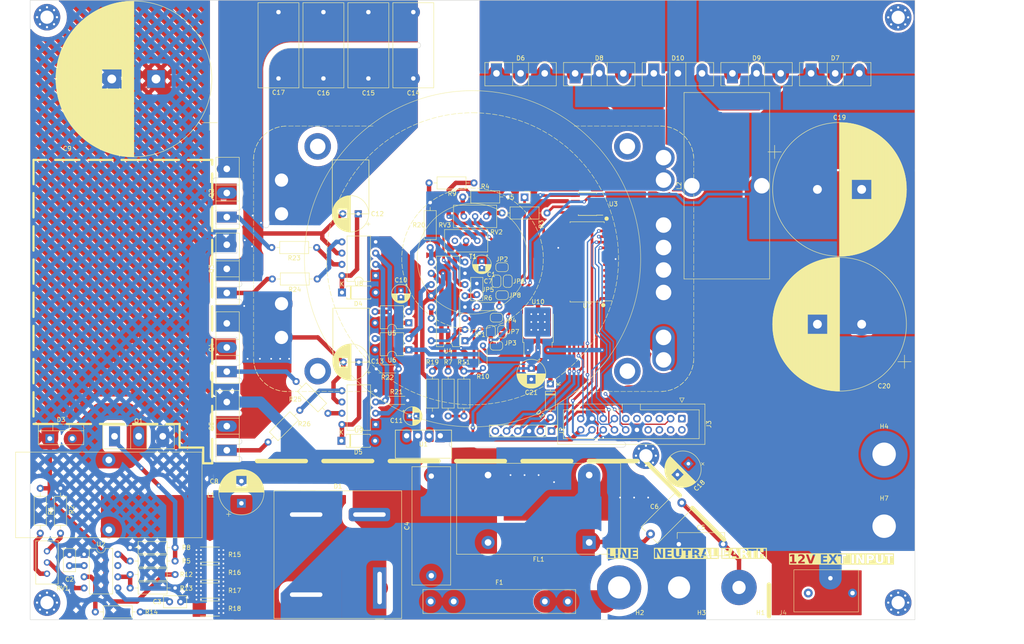
<source format=kicad_pcb>
(kicad_pcb (version 20221018) (generator pcbnew)
  (layers (0 "F.Cu" signal) (31 "B.Cu" signal) (34 "B.Paste" user) (35 "F.Paste" user) (36 "B.SilkS" user "B.Silkscreen") (37 "F.SilkS" user "F.Silkscreen") (38 "B.Mask" user) (39 "F.Mask" user) (44 "Edge.Cuts" user))
  (net 0 "")
  (net 1 "Net-(T1-AA)")
  (net 2 "Net-(D2-A)")
  (net 3 "Net-(T1-SA)")
  (net 4 "/rectified 300V")
  (net 5 "Net-(T1-SD)")
  (net 6 "Net-(Q2-S)")
  (net 7 "Net-(D4-K)")
  (net 8 "GND")
  (net 9 "300V clean")
  (net 10 "Net-(Q2-G)")
  (net 11 "Net-(Q3-G)")
  (net 12 "Net-(Q4-G)")
  (net 13 "GND1")
  (net 14 "VBUS")
  (net 15 "Net-(Q4-S)")
  (net 16 "Net-(D6-A)")
  (net 17 "+5V")
  (net 18 "Net-(D9-A)")
  (net 19 "/line filtered")
  (net 20 "/neut filtered")
  (net 21 "Net-(D7-A)")
  (net 22 "Net-(D8-A)")
  (net 23 "PFC1")
  (net 24 "+12V")
  (net 25 "Net-(Q5-G)")
  (net 26 "Earth")
  (net 27 "NEUT")
  (net 28 "Net-(JP3-B)")
  (net 29 "+12VA")
  (net 30 "Net-(JP5-B)")
  (net 31 "IBUS")
  (net 32 "Net-(JP1-B)")
  (net 33 "OUT_A")
  (net 34 "OUT_B")
  (net 35 "2IN+")
  (net 36 "Net-(JP2-A)")
  (net 37 "Net-(R2-Pad1)")
  (net 38 "/PFC_SHUNT")
  (net 39 "PFC_ISENSE")
  (net 40 "Net-(U2-ICOMP)")
  (net 41 "Net-(U2-VCOMP)")
  (net 42 "Net-(C4-Pad1)")
  (net 43 "Net-(U4-CT)")
  (net 44 "Net-(C19-Pad2)")
  (net 45 "Net-(U2-GATE)")
  (net 46 "Net-(U4-2IN-)")
  (net 47 "Net-(U4-FB)")
  (net 48 "Net-(U4-1IN-)")
  (net 49 "Net-(U2-VSENSE)")
  (net 50 "Net-(U4-E2)")
  (net 51 "Net-(U4-E1)")
  (net 52 "Net-(U8-HIN)")
  (net 53 "Net-(U8-LIN)")
  (net 54 "Net-(U8-HO)")
  (net 55 "Net-(U8-LO)")
  (net 56 "Net-(U9-HO)")
  (net 57 "Net-(U9-LO)")
  (net 58 "Net-(U4-RT)")
  (net 59 "Net-(U3-REF)")
  (net 60 "Net-(U4-C1)")
  (net 61 "Net-(U4-C2)")
  (net 62 "Net-(U4-OUTCTRL)")
  (net 63 "/7SEG_DEMUX_A")
  (net 64 "/7SEG_DEMUX_B")
  (net 65 "/7SEG_DEMUX_C")
  (net 66 "/7SEG_DEMUX_D")
  (net 67 "/7SEG_A")
  (net 68 "/7SEG_B")
  (net 69 "/7SEG_C")
  (net 70 "/7SEG_D")
  (net 71 "/ENCODER_A")
  (net 72 "/ENCODER_B")
  (net 73 "VPP")
  (net 74 "BUTTONS_C")
  (net 75 "Net-(D10-A)")
  (net 76 "ICSPDAT")
  (net 77 "DAC_~{CS}")
  (net 78 "ADC0")
  (net 79 "ADC1")
  (net 80 "ADC2")
  (net 81 "ADC3")
  (net 82 "Net-(R3-Pad1)")
  (net 83 "Net-(U2-VINS)")
  (net 85 "Net-(R1-Pad2)")
  (net 86 "Net-(R4-Pad1)")
  (net 87 "Net-(R9-Pad1)")
  (net 88 "VAC")
  (net 89 "ICSPCLK")
  (net 90 "Net-(D5-K)")
  (net 91 "Net-(D3-A)")
  (net 92 "ENCODER_C")
  (net 94 "BUTTONS_B")
  (net 95 "BUTTONS_A")
  (net 96 "SPI_MOSI")
  (net 97 "DISPLAY_~{CS}")
  (net 98 "SPI_CLK")
  (footprint "Resistor_THT:R_Axial_DIN0207_L6.3mm_D2.5mm_P10.16mm_Horizontal" (layer "F.Cu") (at 26.858 140.462 90)
    (fp_text reference "R2")
    (fp_text value "4.7k")
  )
  (footprint "Capacitor_THT:CP_Radial_D35.0mm_P10.00mm_SnapIn" (layer "F.Cu") (at 48.448 37.78 180)
    (fp_text reference "C9")
    (fp_text value "470u/400V")
  )
  (footprint "Inductor_THT:L_Toroid_Vertical_L41.9mm_W19.1mm_P15.80mm_Vishay_TJ7" (layer "F.Cu") (at 169.58 61.91 90)
    (fp_text reference "L2")
    (fp_text value "5u")
  )
  (footprint "Resistor_THT:R_Axial_DIN0207_L6.3mm_D2.5mm_P10.16mm_Horizontal" (layer "F.Cu") (at 110.932 103.82 -90)
    (fp_text reference "R19")
    (fp_text value "100")
  )
  (footprint "MountingHole:MountingHole_3mm_Pad_Via" (layer "F.Cu") (at 216.215 156.144)
    (fp_text reference "REF**" hide)
    (fp_text value "MountingHole_3mm_Pad_Via")
  )
  (footprint "Resistor_THT:R_Axial_DIN0204_L3.6mm_D1.6mm_P5.08mm_Horizontal" (layer "F.Cu") (at 100.264 110.424)
    (fp_text reference "R21")
    (fp_text value "1k")
  )
  (footprint "Resistor_THT:R_Axial_DIN0207_L6.3mm_D2.5mm_P10.16mm_Horizontal" (layer "F.Cu") (at 126.68 68.072)
    (fp_text reference "R3")
    (fp_text value "100k")
  )
  (footprint "Resistor_THT:R_Axial_DIN0207_L6.3mm_D2.5mm_P10.16mm_Horizontal" (layer "F.Cu") (at 110.424 75.88 90)
    (fp_text reference "R20")
    (fp_text value "100")
  )
  (footprint "Resistor_SMD:R_2512_6332Metric_Pad1.40x3.35mm_HandSolder" (layer "F.Cu") (at 60.64 153.416 180)
    (fp_text reference "R17")
    (fp_text value "300m")
  )
  (footprint "Package_TO_SOT_THT:TO-247-3_Vertical" (layer "F.Cu") (at 196.53 36.51)
    (fp_text reference "D7")
    (fp_text value "S30D45C")
  )
  (footprint "Connector_IDC:IDC-Header_2x10_P2.54mm_Vertical" (layer "F.Cu") (at 167.32 114.554 -90)
    (fp_text reference "J3")
    (fp_text value "Front_Panel")
  )
  (footprint "Resistor_THT:R_Axial_DIN0207_L6.3mm_D2.5mm_P10.16mm_Horizontal" (layer "F.Cu") (at 80.96 112.673898 -135)
    (fp_text reference "R26")
    (fp_text value "3.3")
  )
  (footprint "Capacitor_THT:C_Disc_D5.0mm_W2.5mm_P2.50mm" (layer "F.Cu") (at 120.965 86.508 90)
    (fp_text reference "C7")
    (fp_text value "10n")
  )
  (footprint "Connector_PinSocket_2.54mm:PinSocket_1x01_P2.54mm_Vertical" (layer "F.Cu") (at 131.76 64.516)
    (fp_text reference "J5")
    (fp_text value "Wire")
  )
  (footprint "Resistor_THT:R_Axial_DIN0207_L6.3mm_D2.5mm_P10.16mm_Horizontal" (layer "F.Cu") (at 114.488 113.98 90)
    (fp_text reference "R7")
    (fp_text value "100k")
  )
  (footprint "Package_SO:SOIC-28W_7.5x17.9mm_P1.27mm" (layer "F.Cu") (at 145.906 79.121 180)
    (fp_text reference "U7")
    (fp_text value "PIC16F1786-xSO")
  )
  (footprint "Fuse:Fuseholder_Littelfuse_445_030_series_5x30mm" (layer "F.Cu") (at 141.545 155.89 180)
    (fp_text reference "F1")
    (fp_text value "Fuse")
  )
  (footprint "MountingHole:MountingHole_3mm_Pad_Via" (layer "F.Cu") (at 216.215 23.846)
    (fp_text reference "REF**" hide)
    (fp_text value "MountingHole_3mm_Pad_Via")
  )
  (footprint "Capacitor_THT:C_Rect_L19.0mm_W9.0mm_P15.00mm_MKS4" (layer "F.Cu") (at 76.134 22.66 -90)
    (fp_text reference "C17")
    (fp_text value "0.33u")
  )
  (footprint "Resistor_THT:R_Axial_DIN0204_L3.6mm_D1.6mm_P5.08mm_Horizontal" (layer "F.Cu") (at 122.362 98.044 -90)
    (fp_text reference "R10")
    (fp_text value "1k")
  )
  (footprint "Resistor_THT:R_Axial_DIN0204_L3.6mm_D1.6mm_P5.08mm_Horizontal" (layer "F.Cu") (at 126.045 89.215 180)
    (fp_text reference "R6")
    (fp_text value "1k")
  )
  (footprint "MountingHole:MountingHole_6mm_Pad" (layer "F.Cu") (at 166.685 152.715 180)
    (fp_text reference "H3")
    (fp_text value "NEUTRAL")
  )
  (footprint "Package_TO_SOT_THT:TO-247-3_Vertical" (layer "F.Cu") (at 64.45 86.145 90)
    (fp_text reference "Q3")
    (fp_text value "IRFP360")
  )
  (footprint "MountingHole:MountingHole_6mm_Pad" (layer "F.Cu") (at 180.235 152.715 180)
    (fp_text reference "H1")
    (fp_text value "EARTH")
  )
  (footprint "Capacitor_THT:C_Disc_D5.0mm_W2.5mm_P2.50mm" (layer "F.Cu") (at 28.89 147.788 90)
    (fp_text reference "C2")
    (fp_text value "10n")
  )
  (footprint "Capacitor_THT:CP_Radial_D4.0mm_P1.50mm" (layer "F.Cu") (at 105.725 113.98)
    (fp_text reference "C11")
    (fp_text value "1u")
  )
  (footprint "Capacitor_THT:C_Disc_D5.0mm_W2.5mm_P2.50mm" (layer "F.Cu") (at 51.516 155.956)
    (fp_text reference "C3")
    (fp_text value "10n")
  )
  (footprint "Capacitor_THT:CP_Radial_D4.0mm_P1.50mm" (layer "F.Cu") (at 122.108 78.952 -90)
    (fp_text reference "C1")
    (fp_text value "1u/50V")
  )
  (footprint "Package_DIP:DIP-8_W7.62mm" (layer "F.Cu") (at 98.095 82.22 180)
    (fp_text reference "U8")
    (fp_text value "FAN7382")
  )
  (footprint "Package_TO_SOT_THT:TO-247-3_Vertical" (layer "F.Cu") (at 64.45 103.925 90)
    (fp_text reference "Q4")
    (fp_text value "IRFP360")
  )
  (footprint "Resistor_SMD:R_2512_6332Metric_Pad1.40x3.35mm_HandSolder" (layer "F.Cu") (at 60.64 157.48 180)
    (fp_text reference "R18")
    (fp_text value "300m")
  )
  (footprint "Resistor_THT:R_Axial_DIN0207_L6.3mm_D2.5mm_P10.16mm_Horizontal" (layer "F.Cu") (at 42.606 143.698)
    (fp_text reference "R8")
    (fp_text value "100k")
  )
  (footprint "Package_DIP:DIP-8_W7.62mm" (layer "F.Cu") (at 32.202 145.232)
    (fp_text reference "U2")
    (fp_text value "ICE1PCS02")
  )
  (footprint "Resistor_SMD:R_2512_6332Metric_Pad1.40x3.35mm_HandSolder" (layer "F.Cu") (at 60.64 149.352 180)
    (fp_text reference "R16")
    (fp_text value "300m")
  )
  (footprint "Capacitor_THT:CP_Radial_D8.0mm_P3.50mm" (layer "F.Cu") (at 94.296651 101.788 180)
    (fp_text reference "C13")
    (fp_text value "470u")
  )
  (footprint "Capacitor_THT:CP_Radial_D30.0mm_P10.00mm_SnapIn" (layer "F.Cu") (at 197.96 62.738)
    (fp_text reference "C19")
    (fp_text value "10000u/35V")
  )
  (footprint "Resistor_THT:R_Axial_DIN0207_L6.3mm_D2.5mm_P10.16mm_Horizontal" (layer "F.Cu") (at 87.31 113.345 135)
    (fp_text reference "R25")
    (fp_text value "3.3")
  )
  (footprint "Resistor_THT:R_Axial_DIN0207_L6.3mm_D2.5mm_P10.16mm_Horizontal" (layer "F.Cu") (at 117.79 64.45)
    (fp_text reference "R4")
    (fp_text value "500")
  )
  (footprint "Jumper:SolderJumper-2_P1.3mm_Open_RoundedPad1.0x1.5mm" (layer "F.Cu") (at 126.68 94.915 -90)
    (fp_text reference "JP7")
    (fp_text value "B")
  )
  (footprint "Capacitor_THT:CP_Radial_D30.0mm_P10.00mm_SnapIn" (layer "F.Cu") (at 207.96 93.218 180)
    (fp_text reference "C20")
    (fp_text value "10000u/35V")
  )
  (footprint "Diode_THT:D_DO-35_SOD27_P7.62mm_Horizontal" (layer "F.Cu") (at 137.602 106.68 -90)
    (fp_text reference "D2")
    (fp_text value "BAT48RL")
  )
  (footprint "Package_DIP:DIP-4_W7.62mm" (layer "F.Cu") (at 105.588 92.903 180)
    (fp_text reference "U5")
    (fp_text value "TLP421P")
  )
  (footprint "MountingHole:MountingHole_6mm_Pad" (layer "F.Cu") (at 153.135 152.715 180)
    (fp_text reference "H2")
    (fp_text value "LIVE")
  )
  (footprint "Potentiometer_THT:Potentiometer_Bourns_3296W_Vertical" (layer "F.Cu") (at 123.124 68.834)
    (fp_text reference "RV2")
    (fp_text value "10k")
  )
  (footprint "Capacitor_THT:CP_Radial_D6.3mm_P2.50mm" (layer "F.Cu") (at 133.284 103.164 -90)
    (fp_text reference "C21")
    (fp_text value "220u/6.3V")
  )
  (footprint "MountingHole:MountingHole_5.3mm_M5_Pad" (layer "F.Cu") (at 213.04 138.872)
    (fp_text reference "H7")
    (fp_text value "output -")
  )
  (footprint "Jumper:SolderJumper-2_P1.3mm_Open_RoundedPad1.0x1.5mm" (layer "F.Cu") (at 126.68 86.645 180)
    (fp_text reference "JP8")
    (fp_text value "B")
  )
  (footprint "Resistor_THT:R_Axial_DIN0204_L3.6mm_D1.6mm_P5.08mm_Horizontal" (layer "F.Cu") (at 103.312 103.312 180)
    (fp_text reference "R22")
    (fp_text value "1k")
  )
  (footprint "Package_TO_SOT_THT:TO-247-3_Vertical" (layer "F.Cu") (at 64.45 121.705 90)
    (fp_text reference "Q5")
    (fp_text value "IRFP360")
  )
  (footprint "Resistor_THT:R_Axial_DIN0207_L6.3mm_D2.5mm_P10.16mm_Horizontal" (layer "F.Cu") (at 120.33 61.275 180)
    (fp_text reference "R9")
    (fp_text value "500")
  )
  (footprint "Potentiometer_THT:Potentiometer_Bourns_3296W_Vertical" (layer "F.Cu") (at 116.012 74.356 180)
    (fp_text reference "RV3")
    (fp_text value "1k")
  )
  (footprint "Jumper:SolderJumper-2_P1.3mm_Open_RoundedPad1.0x1.5mm" (layer "F.Cu") (at 125.41 91.725 180)
    (fp_text reference "JP4")
    (fp_text value "A")
  )
  (footprint "Potentiometer_THT:Potentiometer_Bourns_3296W_Vertical" (layer "F.Cu") (at 23.81 149.606 -90)
    (fp_text reference "RV1")
    (fp_text value "10k")
  )
  (footprint "Package_SO:PowerIntegrations_SO-8" (layer "F.Cu") (at 145.984 66.04 180)
    (fp_text reference "U3")
    (fp_text value "TLV5638")
  )
  (footprint "Capacitor_THT:C_Rect_L19.0mm_W9.0mm_P15.00mm_MKS4" (layer "F.Cu") (at 106.614 22.66 -90)
    (fp_text reference "C14")
    (fp_text value "0.33u")
  )
  (footprint "Resistor_THT:R_Axial_DIN0207_L6.3mm_D2.5mm_P10.16mm_Horizontal" (layer "F.Cu") (at 42.606 146.746)
    (fp_text reference "R5")
    (fp_text value "3.3")
  )
  (footprint "Resistor_THT:R_Axial_DIN0207_L6.3mm_D2.5mm_P10.16mm_Horizontal" (layer "F.Cu") (at 44.892 158.242 180)
    (fp_text reference "R14")
    (fp_text value "220")
  )
  (footprint "MountingHole:MountingHole_5.3mm_M5_Pad" (layer "F.Cu") (at 213.04 122.616)
    (fp_text reference "H4")
    (fp_text value "+ connection to load")
  )
  (footprint "Resistor_THT:R_Axial_DIN0207_L6.3mm_D2.5mm_P10.16mm_Horizontal" (layer "F.Cu") (at 22.286 130.302 -90)
    (fp_text reference "R1")
    (fp_text value "330k")
  )
  (footprint "Capacitor_THT:CP_Radial_D8.0mm_P3.50mm" (layer "F.Cu") (at 168.795397 124.746563 -135)
    (fp_text reference "C18")
    (fp_text value "470u/16V")
  )
  (footprint "Jumper:SolderJumper-2_P1.3mm_Open_RoundedPad1.0x1.5mm" (layer "F.Cu") (at 125.41 83.5 -90)
    (fp_text reference "JP5")
    (fp_text value "A")
  )
  (footprint "Package_TO_SOT_THT:TO-247-3_Vertical" (layer "F.Cu") (at 39.072 118.552)
    (fp_text reference "Q1")
    (fp_text value "IRFP360")
  )
  (footprint "Inductor_THT:L_CommonMode_Toroid_Vertical_L36.8mm_W20.3mm_Px15.24mm_Py22.86mm_Bourns_8100" (layer "F.Cu") (at 146.365 142.55 180)
    (fp_text reference "FL1")
    (fp_text value "Filter_EMI_CommonMode")
  )
  (footprint "Resistor_THT:R_Axial_DIN0207_L6.3mm_D2.5mm_P10.16mm_Horizontal" (layer "F.Cu") (at 52.766 152.842 180)
    (fp_text reference "R13")
    (fp_text value "15k")
  )
  (footprint "Connector_PinHeader_2.54mm:PinHeader_1x06_P2.54mm_Vertical" (layer "F.Cu") (at 137.856 117.348 -90)
    (fp_text reference "J2")
    (fp_text value "programmer")
  )
  (footprint "Capacitor_THT:CP_Radial_D10.0mm_P5.00mm" (layer "F.Cu") (at 67.752 133.685677 90)
    (fp_text reference "C8")
    (fp_text value "6.8u/400V")
  )
  (footprint "Package_DIP:DIP-16_W7.62mm" (layer "F.Cu") (at 118.288 96.947 180)
    (fp_text reference "U4")
    (fp_text value "TL494")
  )
  (footprint "Package_TO_SOT_SMD:TO-252-3_TabPin2" (layer "F.Cu") (at 134.802 94.02 90)
    (fp_text reference "U10")
    (fp_text value "LM1117DT-5.0")
  )
  (footprint "Resistor_THT:R_Axial_DIN0207_L6.3mm_D2.5mm_P10.16mm_Horizontal" (layer "F.Cu") (at 84.897 82.992 180)
    (fp_text reference "R24")
    (fp_text value "3.3")
  )
  (footprint "Diode_THT:D_A-405_P7.62mm_Horizontal" (layer "F.Cu") (at 90.358 119.568)
    (fp_text reference "D5")
    (fp_text value "IN4002")
  )
  (footprint "Package_DIP:DIP-4_W7.62mm" (layer "F.Cu") (at 105.588 98.999 180)
    (fp_text reference "U6")
    (fp_text value "TLP421P")
  )
  (footprint "Capacitor_THT:CP_Radial_D8.0mm_P3.50mm" (layer "F.Cu") (at 94.168 68.26 180)
    (fp_text reference "C12")
    (fp_text value "470u")
  )
  (footprint "Capacitor_THT:C_Disc_D10.5mm_W5.0mm_P10.00mm" (layer "F.Cu") (at 166.638 142.936)
    (fp_text reference "C5")
    (fp_text value "4.7n")
  )
  (footprint "Capacitor_THT:C_Disc_D10.5mm_W5.0mm_P10.00mm" (layer "F.Cu") (at 160.228466 140.629534 45)
    (fp_text reference "C6")
    (fp_text value "4.7n")
  )
  (footprint "Package_DIP:DIP-8_W7.62mm" (layer "F.Cu") (at 98.095 115.875 180)
    (fp_text reference "U9")
    (fp_text value "FAN7382")
  )
  (footprint "Capacitor_THT:C_Rect_L26.5mm_W8.5mm_P22.50mm_MKS4" (layer "F.Cu") (at 110.678 150.048 90)
    (fp_text reference "C4")
    (fp_text value "0.47u")
  )
  (footprint "Capacitor_THT:C_Rect_L19.0mm_W9.0mm_P15.00mm_MKS4" (layer "F.Cu") (at 86.294 22.66 -90)
    (fp_text reference "C16")
    (fp_text value "0.33u")
  )
  (footprint "Jumper:SolderJumper-2_P1.3mm_Open_RoundedPad1.0x1.5mm" (layer "F.Cu") (at 126.665 80.325)
    (fp_text reference "JP2")
    (fp_text value "B")
  )
  (footprint "Package_TO_SOT_THT:TO-220-2_Vertical" (layer "F.Cu") (at 24.445 119.06)
    (fp_text reference "D3")
    (fp_text value "FES16JT")
  )
  (footprint "Jumper:SolderJumper-2_P1.3mm_Open_RoundedPad1.0x1.5mm" (layer "F.Cu") (at 124.14 94.915 90)
    (fp_text reference "JP1")
    (fp_text value "B")
  )
  (footprint "Resistor_THT:R_Axial_DIN0207_L6.3mm_D2.5mm_P10.16mm_Horizontal" (layer "F.Cu") (at 84.77 75.88 180)
    (fp_text reference "R23")
    (fp_text value "3.3")
  )
  (footprint "Capacitor_THT:C_Rect_L19.0mm_W9.0mm_P15.00mm_MKS4" (layer "F.Cu") (at 96.454 22.66 -90)
    (fp_text reference "C15")
    (fp_text value "0.33u")
  )
  (footprint "Diode_THT:D_A-405_P7.62mm_Horizontal" (layer "F.Cu") (at 90.485 86.04)
    (fp_text reference "D4")
    (fp_text value "IN4002")
  )
  (footprint "MountingHole:MountingHole_3mm_Pad_Via" (layer "F.Cu") (at 23.81 23.81)
    (fp_text reference "REF**" hide)
    (fp_text value "MountingHole_3mm_Pad_Via")
  )
  (footprint "custom:aosi connector 3 pin 45 degrees" (layer "F.Cu") (at 200.895 150.625 180)
    (fp_text reference "J4")
    (fp_text value "Conn_01x03_Socket")
  )
  (footprint "custom:BIG toroid max custom" (layer "F.Cu") (at 120 78.42)
    (fp_text reference "T1")
    (fp_text value "Transformer_1P_2S")
  )
  (footprint "Inductor_THT:L_Toroid_Vertical_L41.9mm_W19.1mm_P15.80mm_Vishay_TJ7" (layer "F.Cu") (at 37.78 139.7 180)
    (fp_text reference "L1")
    (fp_text value "5u")
  )
  (footprint "MountingHole:MountingHole_3mm_Pad_Via" (layer "F.Cu") (at 23.81 156.144)
    (fp_text reference "REF**" hide)
    (fp_text value "MountingHole_3mm_Pad_Via")
  )
  (footprint "Diode_THT:Diode_Bridge_GeneSiC_KBPC_T" (layer "F.Cu") (at 98.994 152.842 180)
    (fp_text reference "D1")
    (fp_text value "kbpc1510")
  )
  (footprint "Resistor_THT:R_Axial_DIN0207_L6.3mm_D2.5mm_P10.16mm_Horizontal" (layer "F.Cu") (at 118.044 103.82 -90)
    (fp_text reference "R11")
    (fp_text value "100k")
  )
  (footprint "Capacitor_THT:CP_Radial_D4.0mm_P1.50mm" (layer "F.Cu") (at 103.82 85.571401 -90)
    (fp_text reference "C10")
    (fp_text value "1u")
  )
  (footprint "Package_TO_SOT_THT:TO-247-3_Vertical" (layer "F.Cu") (at 125.41 36.51)
    (fp_text reference "D6")
    (fp_text value "S30D45C")
  )
  (footprint "Resistor_THT:R_Axial_DIN0207_L6.3mm_D2.5mm_P10.16mm_Horizontal" (layer "F.Cu") (at 52.766 149.794 180)
    (fp_text reference "R12")
    (fp_text value "910k")
  )
  (footprint "Package_TO_SOT_THT:TO-247-3_Vertical" (layer "F.Cu") (at 64.45 69 90)
    (fp_text reference "Q2")
    (fp_text value "IRFP360")
  )
  (footprint "Package_TO_SOT_THT:TO-247-3_Vertical" (layer "F.Cu") (at 143.19 36.51)
    (fp_text reference "D8")
    (fp_text value "S30D45C")
  )
  (footprint "Resistor_SMD:R_2512_6332Metric_Pad1.40x3.35mm_HandSolder" (layer "F.Cu") (at 60.64 145.288 180)
    (fp_text reference "R15")
    (fp_text value "300m")
  )
  (footprint "Jumper:SolderJumper-2_P1.3mm_Open_RoundedPad1.0x1.5mm" (layer "F.Cu") (at 127.95 83.485 90)
    (fp_text reference "JP6")
    (fp_text value "A")
  )
  (footprint "Jumper:SolderJumper-2_P1.3mm_Open_RoundedPad1.0x1.5mm" (layer "F.Cu") (at 125.41 98.075)
    (fp_text reference "JP3")
    (fp_text value "A")
  )
  (footprint "Package_TO_SOT_THT:TO-247-3_Vertical" (layer "F.Cu") (at 178.75 36.51)
    (fp_text reference "D9")
    (fp_text value "S30D45C")
  )
  (footprint "MountingHole:MountingHole_3mm_Pad_Via" (layer "F.Cu") (at 159.192 122.936)
    (fp_text reference "REF**" hide)
    (fp_text value "MountingHole_3mm_Pad_Via")
  )
  (footprint "Package_TO_SOT_THT:TO-247-3_Vertical" (layer "F.Cu") (at 160.97 36.51)
    (fp_text reference "D10")
    (fp_text value "S40D45C")
  )
  (footprint "custom:SIP-4" (layer "F.Cu") (at 108.9 120.33 180)
    (fp_text reference "U1")
    (fp_text value "BS1212S")
  )
  (gr_rect (start 56.83 143.51) (end 59.624 159.258) (stroke (width 0.2)) (fill solid) (layer "F.Cu"))
  (gr_rect (start 61.656 143.51) (end 64.45 159.258) (stroke (width 0.2)) (fill solid) (layer "F.Cu"))
  (gr_rect (start 88.299651 56.068) (end 96.581 68.26) (stroke (width 0.15)) (fill none) (layer "F.SilkS"))
  (gr_circle (center 150.302 69.342) (end 149.921 69.215) (stroke (width 0.15)) (fill solid) (layer "F.SilkS"))
  (gr_circle (center 149.54 88.9) (end 149.667 88.519) (stroke (width 0.15)) (fill solid) (layer "F.SilkS"))
  (gr_line (start 159.065 124.14) (end 176.845 141.92) (stroke (width 1) (type dash)) (layer "F.SilkS"))
  (gr_line (start 71.308 124.14) (end 159.065 124.14) (stroke (width 1) (type dash)) (layer "F.SilkS"))
  (gr_poly (pts (xy 20.762 115.757781) (xy 53.782 115.757781) (xy 53.782 121.091781) (xy 59.116 121.091781) (xy 59.116 124.647781) (xy 61.148 124.647781) (xy 61.148 56.067781) (xy 20.762 56.067781)) (stroke (width 0.5) (type dash)) (fill none) (layer "F.SilkS"))
  (gr_line (start 187.005 152.08) (end 187.005 159.192) (stroke (width 1) (type dash)) (layer "F.SilkS"))
  (gr_rect (start 88.426651 89.596) (end 96.708 101.788) (stroke (width 0.15)) (fill none) (layer "F.SilkS"))
  (gr_arc (start 60.64 78.42) (mid 61.011974 77.521974) (end 61.91 77.15) (stroke (width 0.1)) (layer "Edge.Cuts"))
  (gr_line (start 61.91 67.498) (end 66.736 67.498) (stroke (width 0.1)) (layer "Edge.Cuts"))
  (gr_line (start 66.736 78.42) (end 61.91 78.42) (stroke (width 0.1)) (layer "Edge.Cuts"))
  (gr_arc (start 115.377 121.031) (mid 114.742 120.396) (end 115.377 119.761) (stroke (width 0.1)) (layer "Edge.Cuts"))
  (gr_arc (start 107.63 29.525) (mid 108.265 30.16) (end 107.63 30.795) (stroke (width 0.1)) (layer "Edge.Cuts"))
  (gr_line (start 67.2186 113.9546) (end 61.91 113.9292) (stroke (width 0.1)) (layer "Edge.Cuts"))
  (gr_line (start 60.64 82.865) (end 60.64 78.42) (stroke (width 0.1)) (layer "Edge.Cuts"))
  (gr_line (start 66.736 94.93) (end 61.91 94.93) (stroke (width 0.1)) (layer "Edge.Cuts"))
  (gr_arc (start 67.244 83.5) (mid 67.879 84.135) (end 67.244 84.77) (stroke (width 0.1)) (layer "Edge.Cuts"))
  (gr_line (start 61.91 105.344) (end 61.91 102.55) (stroke (width 0.1)) (layer "Edge.Cuts"))
  (gr_line (start 66.736 101.28) (end 66.736 96.2) (stroke (width 0.1)) (layer "Edge.Cuts"))
  (gr_line (start 68.006 71.816) (end 68.006 77.15) (stroke (width 0.1)) (layer "Edge.Cuts"))
  (gr_line (start 60.64 94.93) (end 60.64 90.485) (stroke (width 0.1)) (layer "Edge.Cuts"))
  (gr_line (start 68.006 101.28) (end 68.006 96.2) (stroke (width 0.1)) (layer "Edge.Cuts"))
  (gr_line (start 61.91 70.546) (end 66.736 70.546) (stroke (width 0.1)) (layer "Edge.Cuts"))
  (gr_line (start 79.055 29.525) (end 107.63 29.525) (stroke (width 0.1)) (layer "Edge.Cuts"))
  (gr_line (start 66.736 77.15) (end 66.736 71.816) (stroke (width 0.1)) (layer "Edge.Cuts"))
  (gr_line (start 66.736 71.816) (end 61.91 71.816) (stroke (width 0.1)) (layer "Edge.Cuts"))
  (gr_line (start 60.64 84.135) (end 60.64 82.865) (stroke (width 0.1)) (layer "Edge.Cuts"))
  (gr_arc (start 68.006 77.15) (mid 67.634026 78.048026) (end 66.736 78.42) (stroke (width 0.1)) (layer "Edge.Cuts"))
  (gr_line (start 61.91 70.546) (end 61.91 67.498) (stroke (width 0.1)) (layer "Edge.Cuts"))
  (gr_arc (start 67.244 87.564) (mid 67.879 88.199) (end 67.244 88.834) (stroke (width 0.1)) (layer "Edge.Cuts"))
  (gr_line (start 61.91 112.71) (end 67.2186 112.6846) (stroke (width 0.1)) (layer "Edge.Cuts"))
  (gr_line (start 61.91 83.5) (end 61.91 78.42) (stroke (width 0.1)) (layer "Edge.Cuts"))
  (gr_line (start 61.91 105.344) (end 67.244 105.344) (stroke (width 0.1)) (layer "Edge.Cuts"))
  (gr_line (start 60.64 90.485) (end 60.64 89.215) (stroke (width 0.1)) (layer "Edge.Cuts"))
  (gr_line (start 61.91 87.564) (end 67.244 87.564) (stroke (width 0.1)) (layer "Edge.Cuts"))
  (gr_line (start 153.985 119.761) (end 115.377 119.761) (stroke (width 0.1)) (layer "Edge.Cuts"))
  (gr_arc (start 68.006 101.28) (mid 67.634026 102.178026) (end 66.736 102.55) (stroke (width 0.1)) (layer "Edge.Cuts"))
  (gr_rect (start 20 20) (end 220 160) (stroke (width 0.1)) (fill none) (layer "Edge.Cuts"))
  (gr_arc (start 72.70127 35.883012) (mid 74.512717 31.339508) (end 79.055 29.525) (stroke (width 0.1)) (layer "Edge.Cuts"))
  (gr_line (start 66.355 77.15) (end 66.736 77.15) (stroke (width 0.1)) (layer "Edge.Cuts"))
  (gr_arc (start 61.91 61.402) (mid 61.275 60.767) (end 61.91 60.132) (stroke (width 0.1)) (layer "Edge.Cuts"))
  (gr_line (start 66.736 101.28) (end 61.91 101.28) (stroke (width 0.1)) (layer "Edge.Cuts"))
  (gr_line (start 72.705 70.8) (end 72.705 35.875) (stroke (width 0.1)) (layer "Edge.Cuts"))
  (gr_line (start 61.91 119.06) (end 67.244 119.06) (stroke (width 0.1)) (layer "Edge.Cuts"))
  (gr_line (start 61.91 113.9292) (end 61.91 119.06) (stroke (width 0.1)) (layer "Edge.Cuts"))
  (gr_line (start 67.244 120.33) (end 61.91 120.33) (stroke (width 0.1)) (layer "Edge.Cuts"))
  (gr_line (start 60.64 118.425) (end 60.64 113.98) (stroke (width 0.1)) (layer "Edge.Cuts"))
  (gr_arc (start 73.975 70.8) (mid 73.34 71.435) (end 72.705 70.8) (stroke (width 0.1)) (layer "Edge.Cuts"))
  (gr_arc (start 61.91 96.2) (mid 61.011974 95.828026) (end 60.64 94.93) (stroke (width 0.1)) (layer "Edge.Cuts"))
  (gr_arc (start 67.244 123.124) (mid 67.879 123.759) (end 67.244 124.394) (stroke (width 0.1)) (layer "Edge.Cuts"))
  (gr_line (start 61.91 102.55) (end 66.736 102.55) (stroke (width 0.1)) (layer "Edge.Cuts"))
  (gr_arc (start 66.736 70.546) (mid 67.634026 70.917974) (end 68.006 71.816) (stroke (width 0.1)) (layer "Edge.Cuts"))
  (gr_line (start 67.999697 66.35437) (end 68.012334 61.402) (stroke (width 0.1)) (layer "Edge.Cuts"))
  (gr_arc (start 67.2186 112.6846) (mid 67.8536 113.3196) (end 67.2186 113.9546) (stroke (width 0.1)) (layer "Edge.Cuts"))
  (gr_line (start 61.91 60.132) (end 66.736 60.132) (stroke (width 0.1)) (layer "Edge.Cuts"))
  (gr_line (start 66.736 61.402) (end 66.736 66.228) (stroke (width 0.1)) (layer "Edge.Cuts"))
  (gr_line (start 61.91 96.2) (end 66.736 96.2) (stroke (width 0.1)) (layer "Edge.Cuts"))
  (gr_line (start 67.244 124.394) (end 61.91 124.394) (stroke (width 0.1)) (layer "Edge.Cuts"))
  (gr_line (start 66.736 66.228) (end 61.91 66.228) (stroke (width 0.1)) (layer "Edge.Cuts"))
  (gr_line (start 61.91 83.5) (end 67.244 83.5) (stroke (width 0.1)) (layer "Edge.Cuts"))
  (gr_line (start 107.63 30.795) (end 79.055 30.795) (stroke (width 0.1)) (layer "Edge.Cuts"))
  (gr_line (start 60.64 70.546) (end 60.64 67.498) (stroke (width 0.1)) (layer "Edge.Cuts"))
  (gr_line (start 61.91 123.124) (end 61.91 120.33) (stroke (width 0.1)) (layer "Edge.Cuts"))
  (gr_line (start 115.377 121.031) (end 153.985 121.031) (stroke (width 0.1)) (layer "Edge.Cuts"))
  (gr_arc (start 60.64 113.98) (mid 61.011974 113.081974) (end 61.91 112.71) (stroke (width 0.1)) (layer "Edge.Cuts"))
  (gr_line (start 67.244 88.834) (end 61.91 88.834) (stroke (width 0.1)) (layer "Edge.Cuts"))
  (gr_arc (start 60.64 67.498) (mid 61.011974 66.599974) (end 61.91 66.228) (stroke (width 0.1)) (layer "Edge.Cuts"))
  (gr_line (start 67.244 123.124) (end 61.91 123.124) (stroke (width 0.1)) (layer "Edge.Cuts"))
  (gr_line (start 60.64 105.344) (end 60.64 102.55) (stroke (width 0.1)) (layer "Edge.Cuts"))
  (gr_arc (start 66.736 60.132) (mid 67.634026 60.503974) (end 68.006 61.402) (stroke (width 0.1)) (layer "Edge.Cuts"))
  (gr_arc (start 153.985 119.761) (mid 154.62 120.396) (end 153.985 121.031) (stroke (width 0.1)) (layer "Edge.Cuts"))
  (gr_line (start 60.64 119.695) (end 60.64 118.425) (stroke (width 0.1)) (layer "Edge.Cuts"))
  (gr_arc (start 67.244 119.06) (mid 67.879 119.695) (end 67.244 120.33) (stroke (width 0.1)) (layer "Edge.Cuts"))
  (gr_arc (start 61.91 71.816) (mid 61.011974 71.444026) (end 60.64 70.546) (stroke (width 0.1)) (layer "Edge.Cuts"))
  (gr_arc (start 67.999697 66.35437) (mid 67.588177 67.169645) (end 66.736 67.498) (stroke (width 0.1)) (layer "Edge.Cuts"))
  (gr_line (start 61.91 94.93) (end 61.91 88.834) (stroke (width 0.1)) (layer "Edge.Cuts"))
  (gr_arc (start 73.975088 35.87834) (mid 75.423369 32.245731) (end 79.055 30.795001) (stroke (width 0.1)) (layer "Edge.Cuts"))
  (gr_arc (start 61.91 106.614) (mid 61.011974 106.242026) (end 60.64 105.344) (stroke (width 0.1)) (layer "Edge.Cuts"))
  (gr_arc (start 60.64 102.55) (mid 61.011974 101.651974) (end 61.91 101.28) (stroke (width 0.1)) (layer "Edge.Cuts"))
  (gr_line (start 66.736 61.402) (end 61.91 61.402) (stroke (width 0.1)) (layer "Edge.Cuts"))
  (gr_arc (start 66.736 94.93) (mid 67.634026 95.301974) (end 68.006 96.2) (stroke (width 0.1)) (layer "Edge.Cuts"))
  (gr_arc (start 61.91 124.394) (mid 61.011974 124.022026) (end 60.64 123.124) (stroke (width 0.1)) (layer "Edge.Cuts"))
  (gr_line (start 60.64 123.124) (end 60.64 119.695) (stroke (width 0.1)) (layer "Edge.Cuts"))
  (gr_arc (start 67.244 105.344) (mid 67.879 105.979) (end 67.244 106.614) (stroke (width 0.1)) (layer "Edge.Cuts"))
  (gr_line (start 73.975 35.875) (end 73.975 70.8) (stroke (width 0.1)) (layer "Edge.Cuts"))
  (gr_line (start 61.91 87.564) (end 61.91 84.77) (stroke (width 0.1)) (layer "Edge.Cuts"))
  (gr_line (start 67.244 106.614) (end 61.91 106.614) (stroke (width 0.1)) (layer "Edge.Cuts"))
  (gr_line (start 60.64 89.215) (end 60.64 84.135) (stroke (width 0.1)) (layer "Edge.Cuts"))
  (gr_line (start 67.244 84.77) (end 61.91 84.77) (stroke (width 0.1)) (layer "Edge.Cuts"))
  (gr_line (start 61.91 77.15) (end 66.355 77.15) (stroke (width 0.1)) (layer "Edge.Cuts"))
  (gr_text "NEUTRAL" (at 160.97 146.365) (layer "F.SilkS" knockout) (effects (font (size 2 2) (thickness 0.3) bold) (justify left bottom)))
  (gr_text "EARTH" (at 176.21 146.365) (layer "F.SilkS" knockout) (effects (font (size 2 2) (thickness 0.3) bold) (justify left bottom)))
  (gr_text "LINE" (at 150.302 146.365) (layer "F.SilkS" knockout) (effects (font (size 2 2) (thickness 0.3) bold) (justify left bottom)))
  (gr_text "12V EXT INPUT" (at 191.45 147.635) (layer "F.SilkS" knockout) (effects (font (size 2 2) (thickness 0.3) bold) (justify left bottom)))
  (segment (start 76.82 40.505) (end 79.665 37.66) (width 2.54) (layer "F.Cu") (net 1))
  (segment (start 76.82 40.505) (end 76.134 39.819) (width 2) (layer "F.Cu") (net 1))
  (segment (start 76.82 60.64) (end 76.82 40.505) (width 2.54) (layer "F.Cu") (net 1))
  (segment (start 76.82 68.26) (end 76.82 60.64) (width 2.54) (layer "F.Cu") (net 1))
  (segment (start 79.665 37.66) (end 106.614 37.66) (width 2.54) (layer "F.Cu") (net 1))
  (segment (start 76.134 39.819) (end 76.134 37.66) (width 2) (layer "F.Cu") (net 1))
  (segment (start 137.602 114.3) (end 135.316 116.586) (width 1) (layer "F.Cu") (net 2))
  (segment (start 135.316 116.586) (end 135.316 117.348) (width 1) (layer "F.Cu") (net 2))
  (segment (start 134.808 117.602) (end 135.316 117.602) (width 0.6) (layer "F.Cu") (net 2))
  (segment (start 136.31 36.51) (end 136.31 56.3) (width 3.81) (layer "F.Cu") (net 3))
  (segment (start 136.31 56.3) (end 138.11 58.1) (width 3.81) (layer "F.Cu") (net 3))
  (segment (start 140.65 60.64) (end 163.18 60.64) (width 3.81) (layer "F.Cu") (net 3))
  (segment (start 125.41 45.4) (end 138.11 58.1) (width 3.81) (layer "F.Cu") (net 3))
  (segment (start 125.41 36.51) (end 125.41 45.4) (width 3.81) (layer "F.Cu") (net 3))
  (segment (start 138.11 58.1) (end 140.65 60.64) (width 3.81) (layer "F.Cu") (net 3))
  (segment (start 163.18 60.64) (end 163.18 55.56) (width 1) (layer "B.Cu") (net 3))
  (segment (start 136.31 36.51) (end 136.31 40.215) (width 1) (layer "B.Cu") (net 3))
  (segment (start 145.73 60.64) (end 163.18 60.64) (width 1) (layer "B.Cu") (net 3))
  (segment (start 125.41 39.05) (end 125.41 36.51) (width 1) (layer "B.Cu") (net 3))
  (segment (start 136.31 40.215) (end 134.3 42.225) (width 1) (layer "B.Cu") (net 3))
  (segment (start 128.585 42.225) (end 125.41 39.05) (width 1) (layer "B.Cu") (net 3))
  (segment (start 134.3 49.21) (end 145.73 60.64) (width 1) (layer "B.Cu") (net 3))
  (segment (start 134.3 42.225) (end 128.585 42.225) (width 1) (layer "B.Cu") (net 3))
  (segment (start 134.3 42.225) (end 134.3 49.21) (width 1) (layer "B.Cu") (net 3))
  (segment (start 82.738 149.032) (end 95.184 149.032) (width 3.81) (layer "F.Cu") (net 4))
  (segment (start 40.332 137.148) (end 70.854 137.148) (width 3.81) (layer "F.Cu") (net 4))
  (segment (start 95.184 149.032) (end 98.994 152.842) (width 3.81) (layer "F.Cu") (net 4))
  (segment (start 37.78 139.7) (end 40.332 137.148) (width 3.81) (layer "F.Cu") (net 4))
  (segment (start 70.854 137.148) (end 82.738 149.032) (width 3.81) (layer "F.Cu") (net 4))
  (segment (start 207.43 38.31) (end 207.43 36.51) (width 3.81) (layer "F.Cu") (net 5))
  (segment (start 174.305 85.075) (end 163.18 96.2) (width 2.54) (layer "F.Cu") (net 5))
  (segment (start 179.004 59.69) (end 185.1 53.594) (width 3.81) (layer "F.Cu") (net 5))
  (segment (start 174.305 64.389) (end 174.305 85.075) (width 2.54) (layer "F.Cu") (net 5))
  (segment (start 196.53 47.94) (end 190.754 47.94) (width 3.81) (layer "F.Cu") (net 5))
  (segment (start 190.754 47.94) (end 185.1 53.594) (width 3.81) (layer "F.Cu") (net 5))
  (segment (start 196.53 36.51) (end 196.53 47.94) (width 3.81) (layer "F.Cu") (net 5))
  (segment (start 190.754 47.94) (end 197.8 47.94) (width 3.81) (layer "F.Cu") (net 5))
  (segment (start 179.004 59.69) (end 174.305 64.389) (width 2.54) (layer "F.Cu") (net 5))
  (segment (start 197.8 47.94) (end 207.43 38.31) (width 3.81) (layer "F.Cu") (net 5))
  (segment (start 205.42 41.59) (end 207.43 39.58) (width 1) (layer "B.Cu") (net 5))
  (segment (start 163.18 96.2) (end 163.18 101.28) (width 5.08) (layer "B.Cu") (net 5))
  (segment (start 207.43 39.58) (end 207.43 36.51) (width 1) (layer "B.Cu") (net 5))
  (segment (start 199.07 41.59) (end 205.42 41.59) (width 1) (layer "B.Cu") (net 5))
  (segment (start 196.53 36.51) (end 196.53 39.05) (width 1) (layer "B.Cu") (net 5))
  (segment (start 196.53 39.05) (end 199.07 41.59) (width 1) (layer "B.Cu") (net 5))
  (segment (start 70.292 56.068) (end 70.8 55.56) (width 2.54) (layer "F.Cu") (net 6))
  (segment (start 90.668 68.26) (end 90.485 68.26) (width 1) (layer "F.Cu") (net 6))
  (segment (start 70.181201 73.958799) (end 70.8 73.34) (width 2.54) (layer "F.Cu") (net 6))
  (segment (start 90.485 68.26) (end 86.04 72.705) (width 1) (layer "F.Cu") (net 6))
  (segment (start 64.45 58.1) (end 68.26 58.1) (width 2.54) (layer "F.Cu") (net 6))
  (segment (start 73.975 22.66) (end 70.8 25.835) (width 2.54) (layer "F.Cu") (net 6))
  (segment (start 70.165 75.626) (end 70.181201 75.609799) (width 2.54) (layer "F.Cu") (net 6))
  (segment (start 70.292 72.832) (end 70.292 68.641) (width 2.54) (layer "F.Cu") (net 6))
  (segment (start 86.04 73.848) (end 86.04 72.705) (width 1) (layer "F.Cu") (net 6))
  (segment (start 71.435 72.705) (end 70.8 73.34) (width 1) (layer "F.Cu") (net 6))
  (segment (start 89.332 77.14) (end 86.04 73.848) (width 1) (layer "F.Cu") (net 6))
  (segment (start 70.8 73.34) (end 70.292 72.832) (width 2.54) (layer "F.Cu") (net 6))
  (segment (start 64.715 80.96) (end 69.53 80.96) (width 2.54) (layer "F.Cu") (net 6))
  (segment (start 70.165157 77.386213) (end 70.181201 76.649773) (width 2.54) (layer "F.Cu") (net 6))
  (segment (start 90.475 77.14) (end 89.332 77.14) (width 1) (layer "F.Cu") (net 6))
  (segment (start 70.181201 76.649773) (end 70.181201 75.642201) (width 2.54) (layer "F.Cu") (net 6))
  (segment (start 86.04 72.705) (end 71.435 72.705) (width 1) (layer "F.Cu") (net 6))
  (segment (start 69.53 80.96) (end 70.165157 80.324843) (width 2.54) (layer "F.Cu") (net 6))
  (segment (start 70.181201 75.642201) (end 70.165 75.626) (width 2.54) (layer "F.Cu") (net 6))
  (segment (start 70.8 25.835) (end 70.8 55.56) (width 2.54) (layer "F.Cu") (net 6))
  (segment (start 106.614 22.66) (end 73.975 22.66) (width 2.54) (layer "F.Cu") (net 6))
  (segment (start 70.181201 75.609799) (end 70.181201 73.958799) (width 2.54) (layer "F.Cu") (net 6))
  (segment (start 64.45 80.695) (end 64.715 80.96) (width 2.54) (layer "F.Cu") (net 6))
  (segment (start 68.26 58.1) (end 70.8 55.56) (width 2.54) (layer "F.Cu") (net 6))
  (segment (start 70.292 68.641) (end 70.292 56.068) (width 2.54) (layer "F.Cu") (net 6))
  (segment (start 70.165157 80.324843) (end 70.165157 77.386213) (width 2.54) (layer "F.Cu") (net 6))
  (via (at 68.514 74.229) (size 0.8) (drill 0.4) (layers "F.Cu" "B.Cu") (net 6))
  (via (at 70.165 75.626) (size 0.8) (drill 0.4) (layers "F.Cu" "B.Cu") (net 6))
  (via (at 70.292 68.641) (size 0.8) (drill 0.4) (layers "F.Cu" "B.Cu") (net 6))
  (via (at 72.197 70.292) (size 0.8) (drill 0.4) (layers "F.Cu" "B.Cu") (net 6))
  (segment (start 90.475 82.22) (end 92.466 82.22) (width 1) (layer "F.Cu") (net 7))
  (segment (start 93.9 80.786) (end 93.9 68.528) (width 1) (layer "F.Cu") (net 7))
  (segment (start 92.466 82.22) (end 93.9 80.786) (width 1) (layer "F.Cu") (net 7))
  (segment (start 90.485 82.23) (end 90.475 82.22) (width 1) (layer "F.Cu") (net 7))
  (segment (start 93.9 68.528) (end 94.168 68.26) (width 1) (layer "F.Cu") (net 7))
  (segment (start 90.485 86.04) (end 90.485 82.23) (width 1) (layer "F.Cu") (net 7))
  (segment (start 98.095 103.449) (end 98.095 108.255) (width 1) (layer "F.Cu") (net 8))
  (segment (start 98.232 103.312) (end 98.095 103.449) (width 1) (layer "F.Cu") (net 8))
  (via (at 57.592 150.368) (size 1) (drill 0.4) (layers "F.Cu" "B.Cu") (net 8))
  (via (at 58.608 152.4) (size 1) (drill 0.4) (layers "F.Cu" "B.Cu") (net 8))
  (via (at 57.592 153.416) (size 1) (drill 0.4) (layers "F.Cu" "B.Cu") (net 8))
  (via (at 57.592 147.32) (size 1) (drill 0.4) (layers "F.Cu" "B.Cu") (net 8))
  (via (at 57.592 151.384) (size 1) (drill 0.4) (layers "F.Cu" "B.Cu") (net 8))
  (via (at 58.608 146.304) (size 1) (drill 0.4) (layers "F.Cu" "B.Cu") (net 8))
  (via (at 57.592 146.304) (size 1) (drill 0.4) (layers "F.Cu" "B.Cu") (net 8))
  (via (at 57.592 148.336) (size 1) (drill 0.4) (layers "F.Cu" "B.Cu") (net 8))
  (via (at 58.608 148.336) (size 1) (drill 0.4) (layers "F.Cu" "B.Cu") (net 8))
  (via (at 57.592 144.272) (size 1) (drill 0.4) (layers "F.Cu" "B.Cu") (net 8))
  (via (at 58.608 151.384) (size 1) (drill 0.4) (layers "F.Cu" "B.Cu") (net 8))
  (via (at 58.608 149.352) (size 1) (drill 0.4) (layers "F.Cu" "B.Cu") (net 8))
  (via (at 58.608 153.416) (size 1) (drill 0.4) (layers "F.Cu" "B.Cu") (net 8))
  (via (at 57.592 155.448) (size 1) (drill 0.4) (layers "F.Cu" "B.Cu") (net 8))
  (via (at 58.608 145.288) (size 1) (drill 0.4) (layers "F.Cu" "B.Cu") (net 8))
  (via (at 58.608 150.368) (size 1) (drill 0.4) (layers "F.Cu" "B.Cu") (net 8))
  (via (at 58.608 155.448) (size 1) (drill 0.4) (layers "F.Cu" "B.Cu") (net 8))
  (via (at 58.608 144.272) (size 1) (drill 0.4) (layers "F.Cu" "B.Cu") (net 8))
  (via (at 58.608 154.432) (size 1) (drill 0.4) (layers "F.Cu" "B.Cu") (net 8))
  (via (at 57.592 149.352) (size 1) (drill 0.4) (layers "F.Cu" "B.Cu") (net 8))
  (via (at 57.592 145.288) (size 1) (drill 0.4) (layers "F.Cu" "B.Cu") (net 8))
  (via (at 57.592 152.4) (size 1) (drill 0.4) (layers "F.Cu" "B.Cu") (net 8))
  (via (at 58.608 147.32) (size 1) (drill 0.4) (layers "F.Cu" "B.Cu") (net 8))
  (via (at 57.592 154.432) (size 1) (drill 0.4) (layers "F.Cu" "B.Cu") (net 8))
  (segment (start 64.45 110.805) (end 64.323 110.932) (width 2.54) (layer "B.Cu") (net 8))
  (segment (start 57.785 111.125) (end 57.785 76.835) (width 3.81) (layer "B.Cu") (net 8))
  (segment (start 73.2384 125.918) (end 57.78 125.918) (width 2.54) (layer "B.Cu") (net 8))
  (segment (start 107.63 120.33) (end 107.63 118.425) (width 1) (layer "B.Cu") (net 8))
  (segment (start 71.9938 110.805) (end 84.516 123.3272) (width 2.54) (layer "B.Cu") (net 8))
  (segment (start 103.185 87.706401) (end 103.185 100.01) (width 1) (layer "B.Cu") (net 8))
  (segment (start 104.455 101.28) (end 106.36 101.28) (width 1) (layer "B.Cu") (net 8))
  (segment (start 59.375 75.245) (end 64.45 75.245) (width 2.54) (layer "B.Cu") (net 8))
  (segment (start 107.63 102.55) (end 107.63 118.425) (width 1) (layer "B.Cu") (net 8))
  (segment (start 103.185 100.01) (end 104.455 101.28) (width 1) (layer "B.Cu") (net 8))
  (segment (start 96.962 121.6) (end 106.36 121.6) (width 1) (layer "B.Cu") (net 8))
  (segment (start 95.692 110.658) (end 95.692 120.33) (width 1) (layer "B.Cu") (net 8))
  (segment (start 57.592 154.432) (end 57.592 111.318) (width 3.81) (layer "B.Cu") (net 8))
  (segment (start 64.45 110.805) (end 71.9938 110.805) (width 2.54) (layer "B.Cu") (net 8))
  (segment (start 95.692 120.33) (end 96.962 121.6) (width 1) (layer "B.Cu") (net 8))
  (segment (start 57.978 110.932) (end 57.785 111.125) (width 2.54) (layer "B.Cu") (net 8))
  (segment (start 84.516 123.3272) (end 93.5076 123.3272) (width 2.54) (layer "B.Cu") (net 8))
  (segment (start 75.8292 123.3272) (end 73.2384 125.918) (width 2.54) (layer "B.Cu") (net 8))
  (segment (start 64.323 110.932) (end 57.978 110.932) (width 2.54) (layer "B.Cu") (net 8))
  (segment (start 98.095 108.255) (end 95.692 110.658) (width 1) (layer "B.Cu") (net 8))
  (segment (start 106.36 121.6) (end 107.63 120.33) (width 1) (layer "B.Cu") (net 8))
  (segment (start 84.516 123.3272) (end 75.8292 123.3272) (width 2.54) (layer "B.Cu") (net 8))
  (segment (start 103.82 87.071401) (end 103.185 87.706401) (width 1) (layer "B.Cu") (net 8))
  (segment (start 57.78 125.918) (end 57.592 125.73) (width 2.54) (layer "B.Cu") (net 8))
  (segment (start 57.785 76.835) (end 59.375 75.245) (width 2.54) (layer "B.Cu") (net 8))
  (segment (start 106.36 101.28) (end 107.63 102.55) (width 1) (layer "B.Cu") (net 8))
  (segment (start 57.592 111.318) (end 57.785 111.125) (width 2.54) (layer "B.Cu") (net 8))
  (segment (start 56.068 63.688) (end 55.56 63.18) (width 2.54) (layer "F.Cu") (net 9))
  (segment (start 55.56 63.18) (end 55.56 45.4) (width 2.54) (layer "F.Cu") (net 9))
  (segment (start 24.445 119.06) (end 24.445 113.345) (width 3.81) (layer "F.Cu") (net 9))
  (segment (start 24.445 113.345) (end 44.13 93.66) (width 3.81) (layer "F.Cu") (net 9))
  (segment (start 52.766 149.794) (end 50.226 149.794) (width 1) (layer "F.Cu") (net 9))
  (segment (start 44.13 155.89) (end 38.542 155.89) (width 1) (layer "F.Cu") (net 9))
  (segment (start 38.542 155.89) (end 37.018 154.366) (width 1) (layer "F.Cu") (net 9))
  (segment (start 55.56 93.66) (end 60.386 98.486) (width 2.54) (layer "F.Cu") (net 9))
  (segment (start 24.445 130.302) (end 24.445 119.06) (width 1) (layer "F.Cu") (net 9))
  (segment (start 64.312 63.688) (end 56.068 63.688) (width 2.54) (layer "F.Cu") (net 9))
  (segment (start 55.56 45.4) (end 48.448 38.288) (width 2.54) (layer "F.Cu") (net 9))
  (segment (start 37.018 154.366) (end 37.018 145.382) (width 1) (layer "F.Cu") (net 9))
  (segment (start 44.13 93.66) (end 55.56 93.66) (width 3.81) (layer "F.Cu") (net 9))
  (segment (start 64.439 98.486) (end 64.45 98.475) (width 2.54) (layer "F.Cu") (net 9))
  (segment (start 24.445 132.809) (end 24.445 130.302) (width 1) (layer "F.Cu") (net 9))
  (segment (start 48.448 38.288) (end 48.448 37.78) (width 2.54) (layer "F.Cu") (net 9))
  (segment (start 60.386 98.486) (end 64.439 98.486) (width 2.54) (layer "F.Cu") (net 9))
  (segment (start 37.018 145.382) (end 24.445 132.809) (width 1) (layer "F.Cu") (net 9))
  (segment (start 50.226 149.794) (end 44.13 155.89) (width 1) (layer "F.Cu") (net 9))
  (segment (start 64.45 63.55) (end 64.312 63.688) (width 2.54) (layer "F.Cu") (net 9))
  (segment (start 22.286 130.302) (end 24.445 130.302) (width 1) (layer "F.Cu") (net 9))
  (segment (start 55.56 63.18) (end 55.56 93.66) (width 2.54) (layer "F.Cu") (net 9))
  (segment (start 74.61 75.88) (end 73.975 75.88) (width 1) (layer "B.Cu") (net 10))
  (segment (start 67.095 69) (end 64.45 69) (width 1) (layer "B.Cu") (net 10))
  (segment (start 73.975 75.88) (end 67.095 69) (width 1) (layer "B.Cu") (net 10))
  (segment (start 73.594 82.992) (end 74.737 82.992) (width 1) (layer "F.Cu") (net 11))
  (segment (start 70.441 86.145) (end 73.594 82.992) (width 1) (layer "F.Cu") (net 11))
  (segment (start 64.45 86.145) (end 70.441 86.145) (width 1) (layer "F.Cu") (net 11))
  (segment (start 77.89 103.925) (end 80.125795 106.160795) (width 1) (layer "B.Cu") (net 12))
  (segment (start 64.45 103.925) (end 77.89 103.925) (width 1) (layer "B.Cu") (net 12))
  (segment (start 135.316 64.008) (end 135.443 64.135) (width 0.6) (layer "F.Cu") (net 13))
  (segment (start 140.142 116.586) (end 140.142 117.094) (width 0.6) (layer "F.Cu") (net 13))
  (segment (start 131.506 101.854) (end 131.506 104.394) (width 0.6) (layer "F.Cu") (net 13))
  (segment (start 145.476 113.03) (end 143.698 113.03) (width 0.6) (layer "F.Cu") (net 13))
  (segment (start 149.286 118.872) (end 149.54 118.872) (width 0.3) (layer "F.Cu") (net 13))
  (segment (start 132.522 100.838) (end 131.506 101.854) (width 0.6) (layer "F.Cu") (net 13))
  (segment (start 120.965 84.008) (end 120.965 83.5) (width 1) (layer "F.Cu") (net 13))
  (segment (start 137.094 101.346) (end 133.284 101.346) (width 1) (layer "F.Cu") (net 13))
  (segment (start 110.17 61.275) (end 110.17 65.466) (width 1) (layer "F.Cu") (net 13))
  (segment (start 132.522 100.584) (end 132.522 99.06) (width 1) (layer "F.Cu") (net 13))
  (segment (start 149.54 118.872) (end 149.620943 118.872) (width 0.3) (layer "F.Cu") (net 13))
  (segment (start 118.933 81.468) (end 121.092 81.468) (width 1) (layer "F.Cu") (net 13))
  (segment (start 163.18 70.8) (end 163.18 75.88) (width 5.08) (layer "F.Cu") (net 13))
  (segment (start 117.394054 98.627946) (end 118.425 99.658892) (width 1) (layer "F.Cu") (net 13))
  (segment (start 120.965 83.5) (end 118.933 81.468) (width 1) (layer "F.Cu") (net 13))
  (segment (start 163.18 80.96) (end 163.18 75.88) (width 5.08) (layer "F.Cu") (net 13))
  (segment (start 149.620943 118.872) (end 155.382 118.872) (width 0.3) (layer "F.Cu") (net 13))
  (segment (start 150.556 78.486) (end 152.334 78.486) (width 0.6) (layer "F.Cu") (net 13))
  (segment (start 110.17 65.466) (end 110.424 65.72) (width 1) (layer "F.Cu") (net 13))
  (segment (start 133.284 101.346) (end 132.522 100.584) (width 1) (layer "F.Cu") (net 13))
  (segment (start 131.506 104.394) (end 132.823621 105.711621) (width 0.6) (layer "F.Cu") (net 13))
  (segment (start 132.823621 105.711621) (end 133.331621 105.711621) (width 0.6) (layer "F.Cu") (net 13))
  (segment (start 148.27 115.824) (end 148.27 117.856) (width 0.3) (layer "F.Cu") (net 13))
  (segment (start 135.443 64.135) (end 143.259 64.135) (width 0.6) (layer "F.Cu") (net 13))
  (segment (start 132.522 99.06) (end 132.522 100.838) (width 0.6) (layer "F.Cu") (net 13))
  (segment (start 118.527 81.468) (end 118.288 81.707) (width 1) (layer "F.Cu") (net 13))
  (segment (start 121.092 81.468) (end 118.527 81.468) (width 1) (layer "F.Cu") (net 13))
  (segment (start 147 114.554) (end 145.476 113.03) (width 0.6) (layer "F.Cu") (net 13))
  (segment (start 143.698 113.03) (end 140.142 116.586) (width 0.6) (layer "F.Cu") (net 13))
  (segment (start 118.425 99.658892) (end 118.425 101.915) (width 1) (layer "F.Cu") (net 13))
  (segment (start 147 114.554) (end 148.27 115.824) (width 0.6) (layer "F.Cu") (net 13))
  (segment (start 148.27 117.856) (end 149.286 118.872) (width 0.6) (layer "F.Cu") (net 13))
  (segment (start 122.108 80.452) (end 122.108 80.96) (width 1) (layer "F.Cu") (net 13))
  (segment (start 141.256 75.946) (end 139.38 75.946) (width 0.6) (layer "F.Cu") (net 13))
  (segment (start 122.108 80.96) (end 121.6 81.468) (width 1) (layer "F.Cu") (net 13))
  (segment (start 149.620943 118.872) (end 149.620943 118.872) (width 0.3) (layer "F.Cu") (net 13))
  (segment (start 155.382 118.872) (end 157.16 117.094) (width 0.3) (layer "F.Cu") (net 13))
  (segment (start 163.18 86.04) (end 163.18 80.96) (width 5.08) (layer "F.Cu") (net 13))
  (segment (start 121.6 81.468) (end 121.092 81.468) (width 1) (layer "F.Cu") (net 13))
  (via (at 139.38 75.946) (size 1) (drill 0.4) (layers "F.Cu" "B.Cu") (net 13))
  (via (at 140.142 117.094) (size 0.8) (drill 0.4) (layers "F.Cu" "B.Cu") (net 13))
  (via (at 117.394054 98.627946) (size 1) (drill 0.4) (layers "F.Cu" "B.Cu") (net 13))
  (via (at 149.54 118.872) (size 0.8) (drill 0.4) (layers "F.Cu" "B.Cu") (net 13))
  (via (at 118.425 101.915) (size 1) (drill 0.4) (layers "F.Cu" "B.Cu") (net 13))
  (via (at 137.094 101.346) (size 1) (drill 0.4) (layers "F.Cu" "B.Cu") (net 13))
  (via (at 132.522 99.06) (size 1) (drill 0.4) (layers "F.Cu" "B.Cu") (net 13))
  (via (at 135.316 64.008) (size 0.8) (drill 0.4) (layers "F.Cu" "B.Cu") (net 13))
  (via (at 152.334 78.486) (size 1) (drill 0.4) (layers "F.Cu" "B.Cu") (net 13))
  (segment (start 197.96 96.2) (end 197.96 88.58) (width 5.08) (layer "B.Cu") (net 13))
  (segment (start 163.18 86.04) (end 173.162 96.022) (width 5.08) (layer "B.Cu") (net 13))
  (segment (start 175.575 94.93) (end 183.83 103.185) (width 5.08) (layer "B.Cu") (net 13))
  (segment (start 197.96 100.01) (end 197.96 96.2) (width 5.08) (layer "B.Cu") (net 13))
  (segment (start 179.385 87.005) (end 179.385 90.485) (width 5.08) (layer "B.Cu") (net 13))
  (segment (start 197.96 125.41) (end 197.96 103.82) (width 5.08) (layer "B.Cu") (net 13))
  (segment (start 197.325 103.185) (end 197.96 103.82) (width 5.08) (layer "B.Cu") (net 13))
  (segment (start 175.575 87.31) (end 175.575 94.93) (width 5.08) (layer "B.Cu") (net 13))
  (segment (start 197.96 103.82) (end 197.96 100.01) (width 5.08) (layer "B.Cu") (net 13))
  (segment (start 163.18 75.88) (end 164.145 75.88) (width 5.08) (layer "B.Cu") (net 13))
  (segment (start 200.895 150.625) (end 200.895 145.65) (width 5.08) (layer "B.Cu") (net 13))
  (segment (start 140.142 117.094) (end 140.65 116.586) (width 0.6) (layer "B.Cu") (net 13))
  (segment (start 179.385 90.485) (end 185.1 96.2) (width 5.08) (layer "B.Cu") (net 13))
  (segment (start 164.145 75.88) (end 175.575 87.31) (width 5.08) (layer "B.Cu") (net 13))
  (segment (start 200.6575 145.4125) (end 197.96 142.715) (width 5.08) (layer "B.Cu") (net 13))
  (segment (start 185.1 96.2) (end 197.96 96.2) (width 5.08) (layer "B.Cu") (net 13))
  (segment (start 192.72 125.41) (end 197.96 125.41) (width 5.08) (layer "B.Cu") (net 13))
  (segment (start 197.96 142.715) (end 197.96 125.41) (width 5.08) (layer "B.Cu") (net 13))
  (segment (start 163.18 80.96) (end 171.13 88.91) (width 5.08) (layer "B.Cu") (net 13))
  (segment (start 171.13 103.82) (end 192.72 125.41) (width 5.08) (layer "B.Cu") (net 13))
  (segment (start 200.895 145.65) (end 200.6575 145.4125) (width 5.08) (layer "B.Cu") (net 13))
  (segment (start 183.83 103.185) (end 197.325 103.185) (width 5.08) (layer "B.Cu") (net 13))
  (segment (start 173.162 96.022) (end 173.162 117.917) (width 5.08) (layer "B.Cu") (net 13))
  (segment (start 171.13 88.91) (end 171.13 103.82) (width 5.08) (layer "B.Cu") (net 13))
  (segment (start 173.162 117.917) (end 200.6575 145.4125) (width 5.08) (layer "B.Cu") (net 13))
  (segment (start 163.18 70.8) (end 179.385 87.005) (width 5.08) (layer "B.Cu") (net 13))
  (segment (start 126.06 91.552) (end 126.06 91.725) (width 0.6) (layer "F.Cu") (net 14))
  (segment (start 131.76 83.82) (end 129.22 86.36) (width 0.6) (layer "F.Cu") (net 14))
  (segment (start 129.22 86.36) (end 129.22 88.392) (width 0.6) (layer "F.Cu") (net 14))
  (segment (start 129.22 88.392) (end 126.06 91.552) (width 0.6) (layer "F.Cu") (net 14))
  (segment (start 185.38 63.535) (end 185.38 61.91) (width 0.6) (layer "F.Cu") (net 14))
  (segment (start 126.68 94.265) (end 126.68 92.345) (width 1) (layer "F.Cu") (net 14))
  (segment (start 126.68 92.345) (end 126.06 91.725) (width 1) (layer "F.Cu") (net 14))
  (via (at 131.76 83.82) (size 0.8) (drill 0.4) (layers "F.Cu" "B.Cu") (net 14))
  (segment (start 197.706 62.484) (end 197.96 62.738) (width 5.08) (layer "B.Cu") (net 14))
  (segment (start 131.76 83.82) (end 131.76 69.596) (width 0.6) (layer "B.Cu") (net 14))
  (segment (start 183.475 63.815) (end 185.38 61.91) (width 0.6) (layer "B.Cu") (net 14))
  (segment (start 137.541 63.815) (end 166.05 63.815) (width 0.6) (layer "B.Cu") (net 14))
  (segment (start 131.76 69.596) (end 137.541 63.815) (width 0.6) (layer "B.Cu") (net 14))
  (segment (start 167.955 65.72) (end 171.13 65.72) (width 0.6) (layer "B.Cu") (net 14))
  (segment (start 171.13 65.72) (end 173.035 63.815) (width 0.6) (layer "B.Cu") (net 14))
  (segment (start 185.954 62.484) (end 197.706 62.484) (width 5.08) (layer "B.Cu") (net 14))
  (segment (start 166.05 63.815) (end 167.955 65.72) (width 0.6) (layer "B.Cu") (net 14))
  (segment (start 185.38 61.91) (end 185.954 62.484) (width 5.08) (layer "B.Cu") (net 14))
  (segment (start 173.035 63.815) (end 183.475 63.815) (width 0.6) (layer "B.Cu") (net 14))
  (segment (start 88.58 109.916) (end 88.58 106.36) (width 1) (layer "F.Cu") (net 15))
  (segment (start 76.82 88.58) (end 76.82 96.2) (width 2.54) (layer "F.Cu") (net 15))
  (segment (start 90.475 110.795) (end 89.459 110.795) (width 1) (layer "F.Cu") (net 15))
  (segment (start 76.515 101.026) (end 76.515 107.376) (width 2.54) (layer "F.Cu") (net 15))
  (segment (start 64.715 116.52) (end 64.45 116.255) (width 2.54) (layer "F.Cu") (net 15))
  (segment (start 88.58 106.36) (end 90.796651 104.143349) (width 1) (layer "F.Cu") (net 15))
  (segment (start 76.515 96.505) (end 76.515 101.026) (width 2.54) (layer "F.Cu") (net 15))
  (segment (start 90.796651 104.143349) (end 90.796651 101.972651) (width 1) (layer "F.Cu") (net 15))
  (segment (start 64.715 93.29) (end 76.45 93.29) (width 2.54) (layer "F.Cu") (net 15))
  (segment (start 70.8 116.52) (end 64.715 116.52) (width 2.54) (layer "F.Cu") (net 15))
  (segment (start 89.459 110.795) (end 88.58 109.916) (width 1) (layer "F.Cu") (net 15))
  (segment (start 85.024 96.2) (end 76.82 96.2) (width 1) (layer "F.Cu") (net 15))
  (segment (start 76.45 93.29) (end 76.82 93.66) (width 2.54) (layer "F.Cu") (net 15))
  (segment (start 76.515 107.376) (end 76.515 110.805) (width 2.54) (layer "F.Cu") (net 15))
  (segment (start 76.82 96.2) (end 76.515 96.505) (width 2.54) (layer "F.Cu") (net 15))
  (segment (start 90.796651 101.972651) (end 85.024 96.2) (width 1) (layer "F.Cu") (net 15))
  (segment (start 76.515 110.805) (end 70.8 116.52) (width 2.54) (layer "F.Cu") (net 15))
  (segment (start 76.82 93.66) (end 76.82 96.2) (width 2.54) (layer "F.Cu") (net 15))
  (segment (start 64.45 93.025) (end 64.715 93.29) (width 2.54) (layer "F.Cu") (net 15))
  (segment (start 90.796651 101.788) (end 90.669651 101.915) (width 1) (layer "F.Cu") (net 15))
  (via (at 76.515 101.026) (size 0.8) (drill 0.4) (layers "F.Cu" "B.Cu") (net 15))
  (via (at 71.943 101.026) (size 0.8) (drill 0.4) (layers "F.Cu" "B.Cu") (net 15))
  (via (at 74.483 101.026) (size 0.8) (drill 0.4) (layers "F.Cu" "B.Cu") (net 15))
  (via (at 69.149 101.026) (size 0.8) (drill 0.4) (layers "F.Cu" "B.Cu") (net 15))
  (via (at 68.387 89.088) (size 0.8) (drill 0.4) (layers "F.Cu" "B.Cu") (net 15))
  (via (at 78.547 101.026) (size 0.8) (drill 0.4) (layers "F.Cu" "B.Cu") (net 15))
  (segment (start 143.19 36.51) (end 143.19 30.16) (width 3.81) (layer "F.Cu") (net 16))
  (segment (start 154.09 36.51) (end 154.09 33.44) (width 3.81) (layer "F.Cu") (net 16))
  (segment (start 134.3 30.16) (end 130.86 33.6) (width 3.81) (layer "F.Cu") (net 16))
  (segment (start 154.09 33.44) (end 150.81 30.16) (width 3.81) (layer "F.Cu") (net 16))
  (segment (start 130.86 33.6) (end 130.86 36.51) (width 3.81) (layer "F.Cu") (net 16))
  (segment (start 143.19 30.16) (end 134.3 30.16) (width 3.81) (layer "F.Cu") (net 16))
  (segment (start 150.81 30.16) (end 143.19 30.16) (width 3.81) (layer "F.Cu") (net 16))
  (segment (start 152.654 30.734) (end 143.444 30.734) (width 1) (layer "B.Cu") (net 16))
  (segment (start 143.444 30.734) (end 143.19 30.48) (width 1) (layer "B.Cu") (net 16))
  (segment (start 131.821 30.734) (end 130.86 31.695) (width 1) (layer "B.Cu") (net 16))
  (segment (start 142.936 30.734) (end 131.821 30.734) (width 1) (layer "B.Cu") (net 16))
  (segment (start 130.86 31.695) (end 130.86 36.51) (width 1) (layer "B.Cu") (net 16))
  (segment (start 143.19 30.48) (end 142.936 30.734) (width 1) (layer "B.Cu") (net 16))
  (segment (start 154.09 32.17) (end 152.654 30.734) (width 1) (layer "B.Cu") (net 16))
  (segment (start 154.09 36.51) (end 154.09 32.17) (width 1) (layer "B.Cu") (net 16))
  (segment (start 143.19 36.51) (end 143.19 30.48) (width 1) (layer "B.Cu") (net 16))
  (segment (start 136.078 71.374) (end 136.078 77.216) (width 0.6) (layer "F.Cu") (net 17))
  (segment (start 104.079 98.999) (end 105.588 98.999) (width 1) (layer "F.Cu") (net 17))
  (segment (start 136.372 103.164) (end 137.602 104.394) (width 1) (layer "F.Cu") (net 17))
  (segment (start 103.185 93.66) (end 103.185 98.105) (width 1) (layer "F.Cu") (net 17))
  (segment (start 133.284 103.164) (end 136.372 103.164) (width 1) (layer "F.Cu") (net 17))
  (segment (start 141.256 77.216) (end 139.634 77.216) (width 0.6) (layer "F.Cu") (net 17))
  (segment (start 137.602 104.394) (end 137.602 106.68) (width 1) (layer "F.Cu") (net 17))
  (segment (start 120.584 118.618) (end 120.076 118.11) (width 0.6) (layer "F.Cu") (net 17))
  (segment (start 139.507 67.945) (end 136.078 71.374) (width 0.6) (layer "F.Cu") (net 17))
  (segment (start 136.078 77.216) (end 134.808 78.486) (width 1) (layer "F.Cu") (net 17))
  (segment (start 134.808 92.766) (end 134.802 92.76) (width 1) (layer "F.Cu") (net 17))
  (segment (start 103.185 98.105) (end 104.079 98.999) (width 1) (layer "F.Cu") (net 17))
  (segment (start 139.634 77.216) (end 136.078 77.216) (width 1) (layer "F.Cu") (net 17))
  (segment (start 134.808 92.754) (end 134.802 92.76) (width 1) (layer "F.Cu") (net 17))
  (segment (start 134.808 99.06) (end 134.802 99.06) (width 1) (layer "F.Cu") (net 17))
  (segment (start 121.227 119.261) (end 142.293 119.261) (width 1) (layer "F.Cu") (net 17))
  (segment (start 134.808 78.486) (end 134.808 90.932) (width 1) (layer "F.Cu") (net 17))
  (segment (start 103.942 92.903) (end 103.185 93.66) (width 1) (layer "F.Cu") (net 17))
  (segment (start 143.259 67.945) (end 139.507 67.945) (width 0.6) (layer "F.Cu") (net 17))
  (segment (start 105.588 92.903) (end 103.942 92.903) (width 1) (layer "F.Cu") (net 17))
  (segment (start 120.076 118.11) (end 120.076 116.586) (width 0.6) (layer "F.Cu") (net 17))
  (segment (start 142.293 119.261) (end 144.46 117.094) (width 1) (layer "F.Cu") (net 17))
  (segment (start 120.584 118.618) (end 121.227 119.261) (width 1) (layer "F.Cu") (net 17))
  (via (at 134.808 90.932) (size 1) (drill 0.4) (layers "F.Cu" "B.Cu") (net 17))
  (via (at 134.808 99.06) (size 1) (drill 0.4) (layers "F.Cu" "B.Cu") (net 17))
  (via (at 134.808 92.71) (size 1) (drill 0.4) (layers "F.Cu" "B.Cu") (net 17))
  (via (at 133.284 92.71) (size 1) (drill 0.4) (layers "F.Cu" "B.Cu") (net 17))
  (via (at 133.284 94.488) (size 1) (drill 0.4) (layers "F.Cu" "B.Cu") (net 17))
  (via (at 133.284 90.932) (size 1) (drill 0.4) (layers "F.Cu" "B.Cu") (net 17))
  (via (at 120.076 116.586) (size 1) (drill 0.4) (layers "F.Cu" "B.Cu") (net 17))
  (via (at 136.332 92.71) (size 1) (drill 0.4) (layers "F.Cu" "B.Cu") (net 17))
  (via (at 136.332 94.488) (size 1) (drill 0.4) (layers "F.Cu" "B.Cu") (net 17))
  (via (at 136.332 90.932) (size 1) (drill 0.4) (layers "F.Cu" "B.Cu") (net 17))
  (via (at 134.808 94.488) (size 1) (drill 0.4) (layers "F.Cu" "B.Cu") (net 17))
  (segment (start 133.284 103.164) (end 133.284 101.6) (width 1) (layer "B.Cu") (net 17))
  (segment (start 133.284 101.6) (end 134.046 101.6) (width 1) (layer "B.Cu") (net 17))
  (segment (start 133.236379 103.211621) (end 129.894379 103.211621) (width 0.6) (layer "B.Cu") (net 17))
  (segment (start 134.808 99.06) (end 134.808 98.552) (width 1) (layer "B.Cu") (net 17))
  (segment (start 134.808 99.822) (end 134.808 100.33) (width 1) (layer "B.Cu") (net 17))
  (segment (start 120.076 113.03) (end 120.076 116.586) (width 0.6) (layer "B.Cu") (net 17))
  (segment (start 134.808 99.568) (end 133.284 101.092) (width 1) (layer "B.Cu") (net 17))
  (segment (start 109.281 98.994) (end 110.297 100.01) (width 1) (layer "B.Cu") (net 17))
  (segment (start 129.894379 103.211621) (end 120.076 113.03) (width 0.6) (layer "B.Cu") (net 17))
  (segment (start 134.808 100.838) (end 134.808 99.822) (width 1) (layer "B.Cu") (net 17))
  (segment (start 122.87 101.092) (end 132.268 101.092) (width 1) (layer "B.Cu") (net 17))
  (segment (start 134.808 99.822) (end 134.808 98.552) (width 1) (layer "B.Cu") (net 17))
  (segment (start 134.808 99.06) (end 134.808 99.568) (width 1) (layer "B.Cu") (net 17))
  (segment (start 133.284 101.092) (end 132.268 101.092) (width 1) (layer "B.Cu") (net 17))
  (segment (start 134.808 98.552) (end 134.808 92.456) (width 1) (layer "B.Cu") (net 17))
  (segment (start 105.593 98.994) (end 109.281 98.994) (width 1) (layer "B.Cu") (net 17))
  (segment (start 134.046 101.6) (end 134.808 100.838) (width 1) (layer "B.Cu") (net 17))
  (segment (start 132.903 101.727) (end 132.268 101.092) (width 1) (layer "B.Cu") (net 17))
  (segment (start 110.297 100.01) (end 121.788 100.01) (width 1) (layer "B.Cu") (net 17))
  (segment (start 121.788 100.01) (end 122.87 101.092) (width 1) (layer "B.Cu") (net 17))
  (segment (start 133.284 103.164) (end 133.236379 103.211621) (width 0.6) (layer "B.Cu") (net 17))
  (segment (start 133.919 101.727) (end 132.903 101.727) (width 1) (layer "B.Cu") (net 17))
  (segment (start 105.588 98.999) (end 105.593 98.994) (width 1) (layer "B.Cu") (net 17))
  (segment (start 181.29 41.59) (end 184.2 38.68) (width 1) (layer "B.Cu") (net 18))
  (segment (start 184.2 38.68) (end 184.2 36.51) (width 1) (layer "B.Cu") (net 18))
  (segment (start 176.21 41.59) (end 181.29 41.59) (width 1) (layer "B.Cu") (net 18))
  (segment (start 171.87 36.51) (end 171.87 37.25) (width 1) (layer "B.Cu") (net 18))
  (segment (start 171.87 37.25) (end 176.21 41.59) (width 1) (layer "B.Cu") (net 18))
  (segment (start 82.394 154.342) (end 82.394 153.252) (width 5.08) (layer "B.Cu") (net 19))
  (segment (start 113.599 142.555) (end 120.584 149.54) (width 5.08) (layer "B.Cu") (net 19))
  (segment (start 146.365 132.395) (end 146.365 127.31) (width 5.08) (layer "B.Cu") (net 19))
  (segment (start 93.091 142.555) (end 113.599 142.555) (width 5.08) (layer "B.Cu") (net 19))
  (segment (start 82.394 153.252) (end 93.091 142.555) (width 5.08) (layer "B.Cu") (net 19))
  (segment (start 129.22 149.54) (end 146.365 132.395) (width 5.08) (layer "B.Cu") (net 19))
  (segment (start 120.584 149.54) (end 129.22 149.54) (width 5.08) (layer "B.Cu") (net 19))
  (segment (start 96.694 136.242) (end 103.007 142.555) (width 2.54) (layer "F.Cu") (net 20))
  (segment (start 103.007 142.555) (end 123.5 142.555) (width 2.54) (layer "F.Cu") (net 20))
  (segment (start 123.5 142.555) (end 123.505 142.55) (width 2.54) (layer "F.Cu") (net 20))
  (segment (start 178.75 36.51) (end 178.75 32.7) (width 3.81) (layer "F.Cu") (net 21))
  (segment (start 189.65 36.51) (end 189.65 30.69) (width 3.81) (layer "F.Cu") (net 21))
  (segment (start 189.65 30.69) (end 190.18 30.16) (width 3.81) (layer "F.Cu") (net 21))
  (segment (start 201.98 34.34) (end 201.98 36.51) (width 3.81) (layer "F.Cu") (net 21))
  (segment (start 178.75 32.7) (end 181.29 30.16) (width 3.81) (layer "F.Cu") (net 21))
  (segment (start 190.18 30.16) (end 197.8 30.16) (width 3.81) (layer "F.Cu") (net 21))
  (segment (start 181.29 30.16) (end 190.18 30.16) (width 3.81) (layer "F.Cu") (net 21))
  (segment (start 197.8 30.16) (end 201.98 34.34) (width 3.81) (layer "F.Cu") (net 21))
  (segment (start 197.165 26.985) (end 201.98 31.8) (width 1) (layer "B.Cu") (net 21))
  (segment (start 184.465 26.985) (end 189.545 26.985) (width 1) (layer "B.Cu") (net 21))
  (segment (start 189.65 27.09) (end 189.545 26.985) (width 1) (layer "B.Cu") (net 21))
  (segment (start 189.545 26.985) (end 197.165 26.985) (width 1) (layer "B.Cu") (net 21))
  (segment (start 178.75 32.7) (end 184.465 26.985) (width 1) (layer "B.Cu") (net 21))
  (segment (start 178.75 36.51) (end 178.75 32.7) (width 1) (layer "B.Cu") (net 21))
  (segment (start 201.98 31.8) (end 201.98 36.51) (width 1) (layer "B.Cu") (net 21))
  (segment (start 189.65 36.51) (end 189.65 27.09) (width 1) (layer "B.Cu") (net 21))
  (segment (start 149.54 40.955) (end 148.64 40.055) (width 1) (layer "B.Cu") (net 22))
  (segment (start 160.97 36.51) (end 156.525 40.955) (width 1) (layer "B.Cu") (net 22))
  (segment (start 156.525 40.955) (end 149.54 40.955) (width 1) (layer "B.Cu") (net 22))
  (segment (start 148.64 40.055) (end 148.64 36.51) (width 1) (layer "B.Cu") (net 22))
  (segment (start 45.146 125.73) (end 49.083 129.667) (width 1) (layer "F.Cu") (net 23))
  (segment (start 52.766 146.746) (end 52.766 144.206) (width 1) (layer "F.Cu") (net 23))
  (via (at 49.083 129.667) (size 1) (drill 0.4) (layers "F.Cu" "B.Cu") (net 23))
  (via (at 45.146 125.73) (size 1) (drill 0.4) (layers "F.Cu" "B.Cu") (net 23))
  (segment (start 52.766 133.35) (end 52.766 143.698) (width 1) (layer "B.Cu") (net 23))
  (segment (start 49.083 129.667) (end 52.766 133.35) (width 1) (layer "B.Cu") (net 23))
  (segment (start 39.072 119.656) (end 45.146 125.73) (width 1) (layer "B.Cu") (net 23))
  (segment (start 39.072 118.552) (end 39.072 119.656) (width 1) (layer "B.Cu") (net 23))
  (segment (start 110.668 86.787) (end 110.632 86.787) (width 1) (layer "F.Cu") (net 24))
  (segment (start 108.646 88.773) (end 108.646 104.2035) (width 1) (layer "F.Cu") (net 24))
  (segment (start 160.838631 107.442) (end 158.720631 109.56) (width 5.08) (layer "F.Cu") (net 24))
  (segment (start 110.632 86.787) (end 108.646 88.773) (width 1) (layer "F.Cu") (net 24))
  (segment (start 134.046 63.702) (end 132.828 62.484) (width 1) (layer "F.Cu") (net 24))
  (segment (start 134.046 64.262) (end 134.046 63.702) (width 1) (layer "F.Cu") (net 24))
  (segment (start 108.646 104.2035) (end 110.1065 105.664) (width 1) (layer "F.Cu") (net 24))
  (segment (start 158.720631 109.56) (end 155.296 109.56) (width 5.08) (layer "F.Cu") (net 24))
  (segment (start 117.028 62.738) (end 116.012 63.754) (width 0.6) (layer "F.Cu") (net 24))
  (segment (start 170.622 107.442) (end 160.838631 107.442) (width 5.08) (layer "F.Cu") (net 24))
  (segment (start 124.902 64.77) (end 120.584 64.77) (width 0.6) (layer "F.Cu") (net 24))
  (segment (start 132.828 62.484) (end 127.188 62.484) (width 1) (layer "F.Cu") (net 24))
  (segment (start 199.578 136.398) (end 170.622 107.442) (width 5.08) (layer "F.Cu") (net 24))
  (segment (start 116.012 63.754) (end 116.012 65.024) (width 0.6) (layer "F.Cu") (net 24))
  (segment (start 127.188 62.484) (end 124.902 64.77) (width 1) (layer "F.Cu") (net 24))
  (segment (start 120.584 64.77) (end 118.552 62.738) (width 0.6) (layer "F.Cu") (net 24))
  (segment (start 118.552 62.738) (end 117.028 62.738) (width 0.6) (layer "F.Cu") (net 24))
  (segment (start 199.578 145.796) (end 199.578 136.398) (width 5.08) (layer "F.Cu") (net 24))
  (segment (start 110.1065 105.664) (end 110.678 105.664) (width 1) (layer "F.Cu") (net 24))
  (via (at 137.094 99.06) (size 1) (drill 0.4) (layers "F.Cu" "B.Cu") (net 24))
  (via (at 113.345 81.722) (size 1) (drill 0.4) (layers "F.Cu" "B.Cu") (net 24))
  (via (at 149.286 99.06) (size 1) (drill 0.4) (layers "F.Cu" "B.Cu") (net 24))
  (segment (start 113.345 84.201) (end 110.759 86.787) (width 1) (layer "B.Cu") (net 24))
  (segment (start 110.759 86.787) (end 110.668 86.787) (width 1) (layer "B.Cu") (net 24))
  (segment (start 113.345 81.722) (end 113.345 84.201) (width 1) (layer "B.Cu") (net 24))
  (segment (start 137.094 99.06) (end 149.286 99.06) (width 1) (layer "B.Cu") (net 24))
  (segment (start 64.555 121.6) (end 64.66 121.705) (width 1) (layer "F.Cu") (net 25))
  (segment (start 72.033898 121.6) (end 73.775795 119.858103) (width 1) (layer "F.Cu") (net 25))
  (segment (start 71.928898 121.705) (end 72.033898 121.6) (width 1) (layer "F.Cu") (net 25))
  (segment (start 64.66 121.705) (end 71.928898 121.705) (width 1) (layer "F.Cu") (net 25))
  (segment (start 167.340466 133.558466) (end 180.235 146.453) (width 1) (layer "F.Cu") (net 26))
  (segment (start 180.235 146.453) (end 180.235 152.715) (width 1) (layer "F.Cu") (net 26))
  (segment (start 167.299534 133.558466) (end 167.340466 133.558466) (width 1) (layer "F.Cu") (net 26))
  (segment (start 131.76 127.315) (end 123.51 127.315) (width 3.81) (layer "F.Cu") (net 27))
  (segment (start 123.51 127.315) (end 123.505 127.31) (width 3.81) (layer "F.Cu") (net 27))
  (segment (start 141.92 132.395) (end 159.7 132.395) (width 3.81) (layer "F.Cu") (net 27))
  (segment (start 123.505 127.31) (end 110.916 127.31) (width 3.81) (layer "F.Cu") (net 27))
  (segment (start 136.84 127.315) (end 141.92 132.395) (width 3.81) (layer "F.Cu") (net 27))
  (segment (start 131.76 127.315) (end 136.84 127.315) (width 3.81) (layer "F.Cu") (net 27))
  (via (at 138.4275 128.9025) (size 2) (drill 0.4) (layers "F.Cu" "B.Cu") (net 27))
  (via (at 159.7 132.395) (size 2) (drill 0.4) (layers "F.Cu" "B.Cu") (net 27))
  (via (at 153.35 132.395) (size 2) (drill 0.4) (layers "F.Cu" "B.Cu") (net 27))
  (via (at 128.585 127.315) (size 2) (drill 0.4) (layers "F.Cu" "B.Cu") (net 27))
  (via (at 134.935 127.315) (size 2) (drill 0.4) (layers "F.Cu" "B.Cu") (net 27))
  (via (at 131.76 127.315) (size 2) (drill 0.4) (layers "F.Cu" "B.Cu") (net 27))
  (via (at 156.525 132.395) (size 2) (drill 0.4) (layers "F.Cu" "B.Cu") (net 27))
  (segment (start 166.685 139.38) (end 166.685 152.715) (width 2.54) (layer "B.Cu") (net 27))
  (segment (start 166.685 152.715) (end 166.685 147.635) (width 5.08) (layer "B.Cu") (net 27))
  (segment (start 123.505 127.31) (end 133.035 127.31) (width 2.54) (layer "B.Cu") (net 27))
  (segment (start 138.11 122.235) (end 149.54 122.235) (width 2.54) (layer "B.Cu") (net 27))
  (segment (start 149.54 122.235) (end 159.7 132.395) (width 2.54) (layer "B.Cu") (net 27))
  (segment (start 133.035 127.31) (end 138.11 122.235) (width 2.54) (layer "B.Cu") (net 27))
  (segment (start 159.7 132.395) (end 166.685 139.38) (width 2.54) (layer "B.Cu") (net 27))
  (segment (start 125.41 99.822) (end 126.06 99.172) (width 0.6) (layer "F.Cu") (net 28))
  (segment (start 126.06 99.172) (end 126.06 98.075) (width 0.6) (layer "F.Cu") (net 28))
  (segment (start 126.68 95.565) (end 126.68 97.455) (width 1) (layer "F.Cu") (net 28))
  (segment (start 126.68 97.455) (end 126.06 98.075) (width 1) (layer "F.Cu") (net 28))
  (segment (start 122.362 98.044) (end 122.362 98.552) (width 0.6) (layer "F.Cu") (net 28))
  (segment (start 122.362 98.552) (end 123.632 99.822) (width 0.6) (layer "F.Cu") (net 28))
  (segment (start 123.632 99.822) (end 125.41 99.822) (width 0.6) (layer "F.Cu") (net 28))
  (segment (start 98.105 115.885) (end 98.095 115.875) (width 1) (layer "F.Cu") (net 29))
  (segment (start 98.105 82.23) (end 98.095 82.22) (width 1) (layer "F.Cu") (net 29))
  (segment (start 105.725 113.98) (end 105.598 113.98) (width 1) (layer "F.Cu") (net 29))
  (segment (start 98.105 86.04) (end 98.105 82.23) (width 1) (layer "F.Cu") (net 29))
  (segment (start 99.883 119.695) (end 98.105 119.695) (width 1) (layer "F.Cu") (net 29))
  (segment (start 105.598 113.98) (end 99.883 119.695) (width 1) (layer "F.Cu") (net 29))
  (segment (start 98.105 119.695) (end 98.105 115.885) (width 1) (layer "F.Cu") (net 29))
  (segment (start 125.41 86.025) (end 126.03 86.645) (width 1) (layer "F.Cu") (net 30))
  (segment (start 126.045 89.215) (end 126.03 89.2) (width 0.6) (layer "F.Cu") (net 30))
  (segment (start 125.41 84.15) (end 125.41 86.025) (width 1) (layer "F.Cu") (net 30))
  (segment (start 126.03 89.2) (end 126.03 86.645) (width 0.6) (layer "F.Cu") (net 30))
  (segment (start 131.76 64.516) (end 131.76 81.923554) (width 0.6) (layer "F.Cu") (net 31))
  (segment (start 127.95 86.025) (end 127.33 86.645) (width 1) (layer "F.Cu") (net 31))
  (segment (start 127.95 84.135) (end 127.95 86.025) (width 1) (layer "F.Cu") (net 31))
  (segment (start 129.548554 84.135) (end 127.95 84.135) (width 0.6) (layer "F.Cu") (net 31))
  (segment (start 131.76 81.923554) (end 129.548554 84.135) (width 0.6) (layer "F.Cu") (net 31))
  (segment (start 124.14 94.265) (end 124.14 92.345) (width 1) (layer "F.Cu") (net 32))
  (segment (start 124.11 94.295) (end 124.14 94.265) (width 0.6) (layer "F.Cu") (net 32))
  (segment (start 124.14 92.345) (end 124.76 91.725) (width 1) (layer "F.Cu") (net 32))
  (segment (start 121.6 94.295) (end 124.11 94.295) (width 0.6) (layer "F.Cu") (net 32))
  (via (at 121.6 94.295) (size 0.8) (drill 0.4) (layers "F.Cu" "B.Cu") (net 32))
  (segment (start 121.6 94.295) (end 118.948 96.947) (width 0.6) (layer "B.Cu") (net 32))
  (segment (start 118.948 96.947) (end 118.288 96.947) (width 0.6) (layer "B.Cu") (net 32))
  (segment (start 133.03 83.82) (end 133.03 84.074) (width 0.6) (layer "F.Cu") (net 33))
  (segment (start 127.95 91.186) (end 127.95 91.44) (width 0.6) (layer "F.Cu") (net 33))
  (segment (start 145.222 65.532) (end 146.619 64.135) (width 0.6) (layer "F.Cu") (net 33))
  (segment (start 124.14 96.774) (end 124.14 97.455) (width 1) (layer "F.Cu") (net 33))
  (segment (start 130.236 86.868) (end 130.236 88.9) (width 0.6) (layer "F.Cu") (net 33))
  (segment (start 133.03 84.074) (end 130.236 86.868) (width 0.6) (layer "F.Cu") (net 33))
  (segment (start 124.14 97.455) (end 124.76 98.075) (width 1) (layer "F.Cu") (net 33))
  (segment (start 146.619 64.135) (end 148.709 64.135) (width 0.6) (layer "F.Cu") (net 33))
  (segment (start 124.14 95.565) (end 124.14 96.774) (width 1) (layer "F.Cu") (net 33))
  (segment (start 130.236 88.9) (end 127.95 91.186) (width 0.6) (layer "F.Cu") (net 33))
  (via (at 133.03 83.82) (size 0.8) (drill 0.4) (layers "F.Cu" "B.Cu") (net 33))
  (via (at 127.95 91.44) (size 0.8) (drill 0.4) (layers "F.Cu" "B.Cu") (net 33))
  (via (at 124.14 96.774) (size 0.8) (drill 0.4) (layers "F.Cu" "B.Cu") (net 33))
  (via (at 145.222 65.532) (size 0.8) (drill 0.4) (layers "F.Cu" "B.Cu") (net 33))
  (segment (start 127.95 91.44) (end 127.95 94.234) (width 0.6) (layer "B.Cu") (net 33))
  (segment (start 125.41 96.774) (end 124.14 96.774) (width 0.6) (layer "B.Cu") (net 33))
  (segment (start 141.92 65.532) (end 133.03 74.422) (width 0.6) (layer "B.Cu") (net 33))
  (segment (start 127.95 94.234) (end 125.41 96.774) (width 0.6) (layer "B.Cu") (net 33))
  (segment (start 133.03 74.422) (end 133.03 83.82) (width 0.6) (layer "B.Cu") (net 33))
  (segment (start 145.222 65.532) (end 141.92 65.532) (width 0.6) (layer "B.Cu") (net 33))
  (segment (start 138.237 66.675) (end 136.84 68.072) (width 0.6) (layer "F.Cu") (net 34))
  (segment (start 143.259 66.675) (end 138.237 66.675) (width 0.6) (layer "F.Cu") (net 34))
  (segment (start 127.95 80.96) (end 127.315 80.325) (width 1) (layer "F.Cu") (net 35))
  (segment (start 113.472 78.74) (end 113.472 72.898) (width 0.6) (layer "F.Cu") (net 35))
  (segment (start 125.918 77.724) (end 127.315 79.121) (width 0.6) (layer "F.Cu") (net 35))
  (segment (start 124.394 71.628) (end 125.918 73.152) (width 0.6) (layer "F.Cu") (net 35))
  (segment (start 127.95 82.835) (end 127.95 80.96) (width 1) (layer "F.Cu") (net 35))
  (segment (start 125.918 73.152) (end 125.918 77.724) (width 0.6) (layer "F.Cu") (net 35))
  (segment (start 127.315 79.121) (end 127.315 80.325) (width 0.6) (layer "F.Cu") (net 35))
  (segment (start 114.742 71.628) (end 124.394 71.628) (width 0.6) (layer "F.Cu") (net 35))
  (segment (start 113.472 72.898) (end 114.742 71.628) (width 0.6) (layer "F.Cu") (net 35))
  (via (at 113.472 78.74) (size 0.8) (drill 0.4) (layers "F.Cu" "B.Cu") (net 35))
  (segment (start 116.012 81.28) (end 116.012 95.504) (width 0.6) (layer "B.Cu") (net 35))
  (segment (start 114.569 96.947) (end 110.668 96.947) (width 0.6) (layer "B.Cu") (net 35))
  (segment (start 116.012 95.504) (end 114.569 96.947) (width 0.6) (layer "B.Cu") (net 35))
  (segment (start 113.472 78.74) (end 116.012 81.28) (width 0.6) (layer "B.Cu") (net 35))
  (segment (start 125.41 80.93) (end 126.015 80.325) (width 1) (layer "F.Cu") (net 36))
  (segment (start 125.41 82.85) (end 125.41 80.93) (width 1) (layer "F.Cu") (net 36))
  (segment (start 124.648 78.958) (end 126.015 80.325) (width 0.6) (layer "F.Cu") (net 36))
  (segment (start 124.648 74.352116) (end 124.648 78.958) (width 0.6) (layer "F.Cu") (net 36))
  (segment (start 123.793942 73.498058) (end 124.648 74.352116) (width 0.6) (layer "F.Cu") (net 36))
  (via (at 123.793942 73.498058) (size 0.8) (drill 0.4) (layers "F.Cu" "B.Cu") (net 36))
  (segment (start 120.584 70.288116) (end 120.584 68.834) (width 0.6) (layer "B.Cu") (net 36))
  (segment (start 123.793942 73.498058) (end 120.584 70.288116) (width 0.6) (layer "B.Cu") (net 36))
  (segment (start 23.81 144.526) (end 26.858 141.478) (width 1) (layer "F.Cu") (net 37))
  (segment (start 26.858 141.478) (end 26.858 140.462) (width 1) (layer "F.Cu") (net 37))
  (via (at 63.688 145.288) (size 1) (drill 0.4) (layers "F.Cu" "B.Cu") (net 38))
  (via (at 63.688 148.336) (size 1) (drill 0.4) (layers "F.Cu" "B.Cu") (net 38))
  (via (at 63.688 149.352) (size 1) (drill 0.4) (layers "F.Cu" "B.Cu") (net 38))
  (via (at 63.688 146.304) (size 1) (drill 0.4) (layers "F.Cu" "B.Cu") (net 38))
  (via (at 63.688 153.416) (size 1) (drill 0.4) (layers "F.Cu" "B.Cu") (net 38))
  (via (at 62.672 157.48) (size 1) (drill 0.4) (layers "F.Cu" "B.Cu") (net 38))
  (via (at 62.672 151.384) (size 1) (drill 0.4) (layers "F.Cu" "B.Cu") (net 38))
  (via (at 62.672 149.352) (size 1) (drill 0.4) (layers "F.Cu" "B.Cu") (net 38))
  (via (at 62.672 152.4) (size 1) (drill 0.4) (layers "F.Cu" "B.Cu") (net 38))
  (via (at 62.672 156.464) (size 1) (drill 0.4) (layers "F.Cu" "B.Cu") (net 38))
  (via (at 63.688 151.384) (size 1) (drill 0.4) (layers "F.Cu" "B.Cu") (net 38))
  (via (at 62.672 154.432) (size 1) (drill 0.4) (layers "F.Cu" "B.Cu") (net 38))
  (via (at 63.688 155.448) (size 1) (drill 0.4) (layers "F.Cu" "B.Cu") (net 38))
  (via (at 63.688 157.48) (size 1) (drill 0.4) (layers "F.Cu" "B.Cu") (net 38))
  (via (at 63.688 154.432) (size 1) (drill 0.4) (layers "F.Cu" "B.Cu") (net 38))
  (via (at 62.672 153.416) (size 1) (drill 0.4) (layers "F.Cu" "B.Cu") (net 38))
  (via (at 62.672 158.496) (size 1) (drill 0.4) (layers "F.Cu" "B.Cu") (net 38))
  (via (at 62.672 145.288) (size 1) (drill 0.4) (layers "F.Cu" "B.Cu") (net 38))
  (via (at 62.672 148.336) (size 1) (drill 0.4) (layers "F.Cu" "B.Cu") (net 38))
  (via (at 62.672 146.304) (size 1) (drill 0.4) (layers "F.Cu" "B.Cu") (net 38))
  (via (at 62.672 144.272) (size 1) (drill 0.4) (layers "F.Cu" "B.Cu") (net 38))
  (via (at 62.672 150.368) (size 1) (drill 0.4) (layers "F.Cu" "B.Cu") (net 38))
  (via (at 63.688 150.368) (size 1) (drill 0.4) (layers "F.Cu" "B.Cu") (net 38))
  (via (at 63.688 156.464) (size 1) (drill 0.4) (layers "F.Cu" "B.Cu") (net 38))
  (via (at 63.688 144.272) (size 1) (drill 0.4) (layers "F.Cu" "B.Cu") (net 38))
  (via (at 62.672 155.448) (size 1) (drill 0.4) (layers "F.Cu" "B.Cu") (net 38))
  (via (at 63.688 152.4) (size 1) (drill 0.4) (layers "F.Cu" "B.Cu") (net 38))
  (via (at 62.672 147.32) (size 1) (drill 0.4) (layers "F.Cu" "B.Cu") (net 38))
  (via (at 63.688 147.32) (size 1) (drill 0.4) (layers "F.Cu" "B.Cu") (net 38))
  (via (at 63.688 158.496) (size 1) (drill 0.4) (layers "F.Cu" "B.Cu") (net 38))
  (segment (start 73.34 145.288) (end 73.34 154.874) (width 1) (layer "B.Cu") (net 38))
  (segment (start 82.386 136.242) (end 73.34 145.288) (width 1) (layer "B.Cu") (net 38))
  (segment (start 82.394 136.242) (end 82.386 136.242) (width 1) (layer "B.Cu") (net 38))
  (segment (start 69.972 158.242) (end 44.892 158.242) (width 1) (layer "B.Cu") (net 38))
  (segment (start 73.34 154.874) (end 69.972 158.242) (width 1) (layer "B.Cu") (net 38))
  (segment (start 34.732 158.242) (end 34.732 151.318) (width 1) (layer "F.Cu") (net 39))
  (segment (start 33.726 150.312) (end 32.202 150.312) (width 1) (layer "F.Cu") (net 39))
  (segment (start 34.732 151.318) (end 33.726 150.312) (width 1) (layer "F.Cu") (net 39))
  (segment (start 28.89 147.788) (end 32.186 147.788) (width 1) (layer "B.Cu") (net 40))
  (segment (start 32.186 147.788) (end 32.202 147.772) (width 1) (layer "B.Cu") (net 40))
  (segment (start 39.822 152.852) (end 39.822 153.68) (width 1) (layer "B.Cu") (net 41))
  (segment (start 39.822 153.68) (end 41.59 155.448) (width 1) (layer "B.Cu") (net 41))
  (segment (start 41.59 155.448) (end 51.008 155.448) (width 1) (layer "B.Cu") (net 41))
  (segment (start 51.008 155.448) (end 51.516 155.956) (width 1) (layer "B.Cu") (net 41))
  (segment (start 110.678 150.048) (end 110.678 155.757) (width 5.08) (layer "F.Cu") (net 42))
  (segment (start 160.482466 140.629534) (end 158.684 142.428) (width 1) (layer "F.Cu") (net 42))
  (segment (start 158.684 142.428) (end 146.487 142.428) (width 1) (layer "F.Cu") (net 42))
  (segment (start 110.678 155.757) (end 110.545 155.89) (width 5.08) (layer "F.Cu") (net 42))
  (segment (start 146.365 142.55) (end 139.004 142.55) (width 5.08) (layer "F.Cu") (net 42))
  (segment (start 110.545 155.89) (end 115.745 155.89) (width 5.08) (layer "F.Cu") (net 42))
  (segment (start 125.664 155.89) (end 115.745 155.89) (width 5.08) (layer "F.Cu") (net 42))
  (segment (start 146.487 142.428) (end 146.365 142.55) (width 1) (layer "F.Cu") (net 42))
  (segment (start 139.004 142.55) (end 125.664 155.89) (width 5.08) (layer "F.Cu") (net 42))
  (segment (start 118.288 86.787) (end 120.686 86.787) (width 1) (layer "F.Cu") (net 43))
  (segment (start 120.686 86.787) (end 120.965 86.508) (width 1) (layer "F.Cu") (net 43))
  (segment (start 207.96 93.218) (end 207.96 62.738) (width 5.08) (layer "B.Cu") (net 44))
  (segment (start 41.844 146.746) (end 42.606 146.746) (width 1) (layer "F.Cu") (net 45))
  (segment (start 39.822 145.232) (end 40.33 145.232) (width 1) (layer "F.Cu") (net 45))
  (segment (start 40.33 145.232) (end 41.844 146.746) (width 1) (layer "F.Cu") (net 45))
  (segment (start 114.488 93.152) (end 114.488 94.676) (width 0.45) (layer "F.Cu") (net 46))
  (segment (start 120.965 89.215) (end 119.568 90.612) (width 0.45) (layer "F.Cu") (net 46))
  (segment (start 114.488 103.82) (end 114.488 94.676) (width 1) (layer "F.Cu") (net 46))
  (segment (start 117.028 90.612) (end 114.488 93.152) (width 0.45) (layer "F.Cu") (net 46))
  (segment (start 119.568 90.612) (end 117.028 90.612) (width 0.45) (layer "F.Cu") (net 46))
  (via (at 114.488 94.676) (size 0.8) (drill 0.4) (layers "F.Cu" "B.Cu") (net 46))
  (segment (start 114.488 94.676) (end 110.937 94.676) (width 1) (layer "B.Cu") (net 46))
  (segment (start 110.937 94.676) (end 110.668 94.407) (width 1) (layer "B.Cu") (net 46))
  (segment (start 114.488 113.98) (end 118.044 113.98) (width 0.6) (layer "F.Cu") (net 47))
  (segment (start 118.044 106.1695) (end 120.33 103.8835) (width 0.6) (layer "F.Cu") (net 47))
  (segment (start 118.044 113.98) (end 118.044 106.1695) (width 0.6) (layer "F.Cu") (net 47))
  (segment (start 119.172 91.867) (end 118.288 91.867) (width 0.6) (layer "F.Cu") (net 47))
  (segment (start 120.33 103.8835) (end 120.33 93.025) (width 0.6) (layer "F.Cu") (net 47))
  (segment (start 120.33 93.025) (end 119.172 91.867) (width 0.6) (layer "F.Cu") (net 47))
  (segment (start 115.885 101.661) (end 118.044 103.82) (width 1) (layer "F.Cu") (net 48))
  (segment (start 115.885 95.67863) (end 115.885 101.661) (width 1) (layer "F.Cu") (net 48))
  (segment (start 118.288 94.407) (end 117.15663 94.407) (width 1) (layer "F.Cu") (net 48))
  (segment (start 117.15663 94.407) (end 115.885 95.67863) (width 1) (layer "F.Cu") (net 48))
  (segment (start 122.362 103.124) (end 121.666 103.82) (width 0.6) (layer "B.Cu") (net 48))
  (segment (start 121.666 103.82) (end 118.044 103.82) (width 0.6) (layer "B.Cu") (net 48))
  (segment (start 42.606 152.842) (end 42.606 149.794) (width 1) (layer "F.Cu") (net 49))
  (segment (start 42.088 150.312) (end 39.822 150.312) (width 1) (layer "F.Cu") (net 49))
  (segment (start 42.606 149.794) (end 42.088 150.312) (width 1) (layer "F.Cu") (net 49))
  (segment (start 112.964 83.754) (end 112.964 101.788) (width 1) (layer "F.Cu") (net 50))
  (segment (start 110.917 81.707) (end 112.964 83.754) (width 1) (layer "F.Cu") (net 50))
  (segment (start 112.964 101.788) (end 110.932 103.82) (width 1) (layer "F.Cu") (net 50))
  (segment (start 110.668 81.707) (end 110.917 81.707) (width 1) (layer "F.Cu") (net 50))
  (segment (start 110.668 76.124) (end 110.668 79.167) (width 1) (layer "B.Cu") (net 51))
  (segment (start 110.424 75.88) (end 110.668 76.124) (width 1) (layer "B.Cu") (net 51))
  (segment (start 100.264 110.424) (end 99.893 110.795) (width 1) (layer "F.Cu") (net 52))
  (segment (start 99.893 110.795) (end 98.095 110.795) (width 1) (layer "F.Cu") (net 52))
  (segment (start 100.645 102.55) (end 100.645 110.043) (width 1) (layer "B.Cu") (net 52))
  (segment (start 99.75 94.168) (end 99.75 92.644) (width 1) (layer "B.Cu") (net 52))
  (segment (start 99.491 96.459) (end 99.75 96.2) (width 1) (layer "B.Cu") (net 52))
  (segment (start 99.756 101.661) (end 100.645 102.55) (width 1) (layer "B.Cu") (net 52))
  (segment (start 100.645 110.043) (end 99.893 110.795) (width 1) (layer "B.Cu") (net 52))
  (segment (start 99.75 96.2) (end 99.75 94.168) (width 1) (layer "B.Cu") (net 52))
  (segment (start 99.75 80.875) (end 98.555 79.68) (width 1) (layer "B.Cu") (net 52))
  (segment (start 98.555 79.68) (end 98.095 79.68) (width 1) (layer "B.Cu") (net 52))
  (segment (start 97.968 96.459) (end 99.756 96.459) (width 1) (layer "B.Cu") (net 52))
  (segment (start 99.893 110.795) (end 98.095 110.795) (width 1) (layer "B.Cu") (net 52))
  (segment (start 99.75 94.168) (end 99.75 80.875) (width 1) (layer "B.Cu") (net 52))
  (segment (start 99.75 92.644) (end 99.75 90.104) (width 1) (layer "B.Cu") (net 52))
  (segment (start 97.968 96.459) (end 99.491 96.459) (width 1) (layer "B.Cu") (net 52))
  (segment (start 99.756 96.459) (end 99.756 101.661) (width 1) (layer "B.Cu") (net 52))
  (segment (start 101.28 90.424) (end 98.1 90.424) (width 1) (layer "F.Cu") (net 53))
  (segment (start 98.1 90.424) (end 98.039 90.363) (width 1) (layer "F.Cu") (net 53))
  (segment (start 98.039 90.363) (end 97.968 90.363) (width 1) (layer "F.Cu") (net 53))
  (segment (start 98.095 77.14) (end 98.095 77.267) (width 1) (layer "F.Cu") (net 53))
  (via (at 101.28 90.424) (size 0.8) (drill 0.4) (layers "F.Cu" "B.Cu") (net 53))
  (segment (start 102.804 111.44) (end 102.804 103.82) (width 1) (layer "B.Cu") (net 53))
  (segment (start 103.312 102.804) (end 103.312 103.312) (width 1) (layer "B.Cu") (net 53))
  (segment (start 101.28 100.772) (end 103.312 102.804) (width 1) (layer "B.Cu") (net 53))
  (segment (start 101.28 90.424) (end 101.28 100.772) (width 1) (layer "B.Cu") (net 53))
  (segment (start 101.28 80.325) (end 98.095 77.14) (width 1) (layer "B.Cu") (net 53))
  (segment (start 100.909 113.335) (end 102.804 111.44) (width 1) (layer "B.Cu") (net 53))
  (segment (start 98.095 113.335) (end 100.909 113.335) (width 1) (layer "B.Cu") (net 53))
  (segment (start 102.804 103.82) (end 103.312 103.312) (width 1) (layer "B.Cu") (net 53))
  (segment (start 101.28 90.424) (end 101.28 80.325) (width 1) (layer "B.Cu") (net 53))
  (segment (start 88.57 79.68) (end 90.475 79.68) (width 1) (layer "F.Cu") (net 54))
  (segment (start 84.77 75.88) (end 88.57 79.68) (width 1) (layer "F.Cu") (net 54))
  (segment (start 87.564 80.452) (end 85.024 82.992) (width 1) (layer "B.Cu") (net 55))
  (segment (start 87.564 76.261) (end 87.564 80.452) (width 1) (layer "B.Cu") (net 55))
  (segment (start 89.225 74.6) (end 87.564 76.261) (width 1) (layer "B.Cu") (net 55))
  (segment (start 90.475 74.6) (end 89.225 74.6) (width 1) (layer "B.Cu") (net 55))
  (segment (start 85.024 82.992) (end 84.897 82.992) (width 1) (layer "B.Cu") (net 55))
  (segment (start 87.31 113.345) (end 87.32 113.335) (width 1) (layer "F.Cu") (net 56))
  (segment (start 87.32 113.335) (end 90.475 113.335) (width 1) (layer "F.Cu") (net 56))
  (segment (start 80.96 112.71) (end 85.415 108.255) (width 1) (layer "B.Cu") (net 57))
  (segment (start 85.415 108.255) (end 90.475 108.255) (width 1) (layer "B.Cu") (net 57))
  (segment (start 118.288 84.247) (end 117.267 84.247) (width 1) (layer "F.Cu") (net 58))
  (segment (start 117.267 84.247) (end 116.012 82.992) (width 1) (layer "F.Cu") (net 58))
  (segment (start 116.012 77.658) (end 118.552 75.118) (width 1) (layer "F.Cu") (net 58))
  (segment (start 116.012 82.992) (end 116.012 77.658) (width 1) (layer "F.Cu") (net 58))
  (segment (start 118.552 75.118) (end 118.552 74.356) (width 1) (layer "F.Cu") (net 58))
  (segment (start 106.36 76.962) (end 109.347 73.975) (width 1) (layer "B.Cu") (net 60))
  (segment (start 117.521 79.167) (end 118.288 79.167) (width 1) (layer "B.Cu") (net 60))
  (segment (start 106.36 89.591) (end 106.36 76.962) (width 1) (layer "B.Cu") (net 60))
  (segment (start 109.347 73.975) (end 112.329 73.975) (width 1) (layer "B.Cu") (net 60))
  (segment (start 105.588 90.363) (end 106.36 89.591) (width 1) (layer "B.Cu") (net 60))
  (segment (start 112.329 73.975) (end 117.521 79.167) (width 1) (layer "B.Cu") (net 60))
  (segment (start 105.588 96.459) (end 108.265 93.782) (width 1) (layer "B.Cu") (net 61))
  (segment (start 108.265 86.0275) (end 110.0455 84.247) (width 1) (layer "B.Cu") (net 61))
  (segment (start 108.265 93.782) (end 108.265 86.0275) (width 1) (layer "B.Cu") (net 61))
  (segment (start 110.0455 84.247) (end 110.668 84.247) (width 1) (layer "B.Cu") (net 61))
  (segment (start 110.668 89.327) (end 110.668 91.867) (width 1) (layer "F.Cu") (net 62))
  (segment (start 153.898472 115.824) (end 163.51 115.824) (width 0.3) (layer "F.Cu") (net 65))
  (segment (start 163.51 115.824) (end 164.78 114.554) (width 0.3) (layer "F.Cu") (net 65))
  (segment (start 148.926977 75.946) (end 150.556 75.946) (width 0.6) (layer "F.Cu") (net 65))
  (segment (start 153.35 113.792) (end 153.35 115.275528) (width 0.3) (layer "F.Cu") (net 65))
  (segment (start 153.35 115.275528) (end 153.898472 115.824) (width 0.3) (layer "F.Cu") (net 65))
  (segment (start 152.134574 112.576574) (end 153.35 113.792) (width 0.3) (layer "F.Cu") (net 65))
  (segment (start 152.134574 112.467426) (end 152.134574 112.576574) (width 0.3) (layer "F.Cu") (net 65))
  (via (at 152.134574 112.467426) (size 0.8) (drill 0.4) (layers "F.Cu" "B.Cu") (net 65))
  (via (at 148.926977 75.946) (size 0.8) (drill 0.4) (layers "F.Cu" "B.Cu") (net 65))
  (segment (start 151.826 101.6) (end 149.032 104.394) (width 0.3) (layer "B.Cu") (net 65))
  (segment (start 149.032 109.364852) (end 152.134574 112.467426) (width 0.3) (layer "B.Cu") (net 65))
  (segment (start 149.032 104.394) (end 149.032 109.364852) (width 0.3) (layer "B.Cu") (net 65))
  (segment (start 148.926977 75.946) (end 148.524 76.348977) (width 0.3) (layer "B.Cu") (net 65))
  (segment (start 149.286 94.592671) (end 151.826 97.132671) (width 0.3) (layer "B.Cu") (net 65))
  (segment (start 149.286 80.01) (end 149.286 94.592671) (width 0.3) (layer "B.Cu") (net 65))
  (segment (start 148.524 79.248) (end 149.286 80.01) (width 0.3) (layer "B.Cu") (net 65))
  (segment (start 151.826 97.132671) (end 151.826 101.6) (width 0.3) (layer "B.Cu") (net 65))
  (segment (start 148.524 76.348977) (end 148.524 79.248) (width 0.3) (layer "B.Cu") (net 65))
  (segment (start 148.016 107.188) (end 148.016 88.392) (width 0.6) (layer "F.Cu") (net 73))
  (segment (start 149.032 87.376) (end 150.556 87.376) (width 0.6) (layer "F.Cu") (net 73))
  (segment (start 137.856 117.348) (end 148.016 107.188) (width 0.6) (layer "F.Cu") (net 73))
  (segment (start 148.016 88.392) (end 149.032 87.376) (width 0.6) (layer "F.Cu") (net 73))
  (segment (start 148.524 72.136) (end 150.556 72.136) (width 0.6) (layer "F.Cu") (net 74))
  (segment (start 145.984 104.648) (end 145.984 97.536) (width 0.3) (layer "F.Cu") (net 74))
  (via (at 145.984 97.536) (size 0.8) (drill 0.4) (layers "F.Cu" "B.Cu") (net 74))
  (via (at 148.524 72.136) (size 0.8) (drill 0.4) (layers "F.Cu" "B.Cu") (net 74))
  (via (at 145.984 104.648) (size 0.8) (drill 0.4) (layers "F.Cu" "B.Cu") (net 74))
  (segment (start 148.27 115.062) (end 149.032 115.824) (width 0.3) (layer "B.Cu") (net 74))
  (segment (start 145.984 104.648) (end 145.984 111.252) (width 0.3) (layer "B.Cu") (net 74))
  (segment (start 145.984 111.252) (end 148.27 113.538) (width 0.3) (layer "B.Cu") (net 74))
  (segment (start 148.27 113.538) (end 148.27 115.062) (width 0.3) (layer "B.Cu") (net 74))
  (segment (start 150.81 115.824) (end 152.08 114.554) (width 0.3) (layer "B.Cu") (net 74))
  (segment (start 148.524 72.136) (end 145.984 74.676) (width 0.3) (layer "B.Cu") (net 74))
  (segment (start 145.984 74.676) (end 145.984 97.536) (width 0.3) (layer "B.Cu") (net 74))
  (segment (start 149.032 115.824) (end 150.81 115.824) (width 0.3) (layer "B.Cu") (net 74))
  (segment (start 166.42 36.51) (end 166.42 42.468) (width 3.81) (layer "F.Cu") (net 75))
  (segment (start 166.42 42.468) (end 169.58 45.628) (width 3.81) (layer "F.Cu") (net 75))
  (segment (start 169.58 45.628) (end 169.58 61.91) (width 3.81) (layer "F.Cu") (net 75))
  (segment (start 142.174 87.376) (end 141.256 87.376) (width 0.6) (layer "F.Cu") (net 76))
  (segment (start 142.936 88.138) (end 142.174 87.376) (width 0.6) (layer "F.Cu") (net 76))
  (segment (start 142.936 103.886) (end 142.936 88.138) (width 0.6) (layer "F.Cu") (net 76))
  (via (at 142.936 103.886) (size 0.8) (drill 0.4) (layers "F.Cu" "B.Cu") (net 76))
  (segment (start 142.936 106.68) (end 135.062 114.554) (width 0.6) (layer "B.Cu") (net 76))
  (segment (start 133.03 114.554) (end 130.236 117.348) (width 0.6) (layer "B.Cu") (net 76))
  (segment (start 142.936 103.886) (end 142.936 106.68) (width 0.6) (layer "B.Cu") (net 76))
  (segment (start 135.062 114.554) (end 133.03 114.554) (width 0.6) (layer "B.Cu") (net 76))
  (segment (start 146.238 67.31) (end 146.238 66.276) (width 0.6) (layer "F.Cu") (net 77))
  (segment (start 142.682 70.866) (end 146.238 67.31) (width 0.6) (layer "F.Cu") (net 77))
  (segment (start 141.256 70.866) (end 142.682 70.866) (width 0.6) (layer "F.Cu") (net 77))
  (segment (start 146.238 66.276) (end 147.109 65.405) (width 0.6) (layer "F.Cu") (net 77))
  (segment (start 147.109 65.405) (end 148.709 65.405) (width 0.6) (layer "F.Cu") (net 77))
  (segment (start 123.124 68.834) (end 123.886 68.072) (width 1) (layer "F.Cu") (net 82))
  (segment (start 123.886 68.072) (end 126.68 68.072) (width 1) (layer "F.Cu") (net 82))
  (segment (start 24.318 147.066) (end 30.104 152.852) (width 1) (layer "F.Cu") (net 83))
  (segment (start 23.81 147.066) (end 24.318 147.066) (width 1) (layer "F.Cu") (net 83))
  (segment (start 30.104 152.852) (end 32.202 152.852) (width 1) (layer "F.Cu") (net 83))
  (segment (start 21.27 148.59) (end 21.27 142.24) (width 1) (layer "F.Cu") (net 85))
  (segment (start 22.286 141.224) (end 22.286 140.462) (width 1) (layer "F.Cu") (net 85))
  (segment (start 23.81 149.606) (end 22.286 149.606) (width 1) (layer "F.Cu") (net 85))
  (segment (start 21.27 142.24) (end 22.286 141.224) (width 1) (layer "F.Cu") (net 85))
  (segment (start 22.286 149.606) (end 21.27 148.59) (width 1) (layer "F.Cu") (net 85))
  (segment (start 117.79 68.58) (end 117.79 64.45) (width 1) (layer "F.Cu") (net 86))
  (segment (start 118.105 68.895) (end 117.79 68.58) (width 1) (layer "F.Cu") (net 86))
  (segment (start 116.205 61.275) (end 120.33 61.275) (width 1) (layer "F.Cu") (net 87))
  (segment (start 114.615 68.895) (end 114.615 62.865) (width 1) (layer "F.Cu") (net 87))
  (segment (start 114.615 62.865) (end 116.205 61.275) (width 1) (layer "F.Cu") (net 87))
  (via (at 114.615 68.895) (size 0.8) (drill 0.4) (layers "F.Cu" "B.Cu") (net 87))
  (segment (start 115.631 68.895) (end 114.615 68.895) (width 1) (layer "B.Cu") (net 87))
  (segment (start 121.092 74.356) (end 115.631 68.895) (width 1) (layer "B.Cu") (net 87))
  (segment (start 149.96 155.89) (end 153.135 152.715) (width 5.08) (layer "F.Cu") (net 88))
  (segment (start 136.345 155.89) (end 141.545 155.89) (width 5.08) (layer "F.Cu") (net 88))
  (segment (start 153.135 152.715) (end 153.135 152.295) (width 5.08) (layer "F.Cu") (net 88))
  (segment (start 141.545 155.89) (end 149.96 155.89) (width 5.08) (layer "F.Cu") (net 88))
  (segment (start 139.986 86.106) (end 141.256 86.106) (width 0.6) (layer "F.Cu") (net 89))
  (segment (start 141.92 90.678) (end 139.38 88.138) (width 0.6) (layer "F.Cu") (net 89))
  (segment (start 139.38 86.712) (end 139.986 86.106) (width 0.6) (layer "F.Cu") (net 89))
  (segment (start 139.38 88.138) (end 139.38 86.712) (width 0.6) (layer "F.Cu") (net 89))
  (segment (start 141.92 103.886) (end 141.92 90.678) (width 0.6) (layer "F.Cu") (net 89))
  (via (at 141.92 103.886) (size 0.8) (drill 0.4) (layers "F.Cu" "B.Cu") (net 89))
  (segment (start 141.92 103.886) (end 141.92 106.045) (width 0.6) (layer "B.Cu") (net 89))
  (segment (start 134.427 113.538) (end 131.506 113.538) (width 0.6) (layer "B.Cu") (net 89))
  (segment (start 141.92 106.045) (end 134.427 113.538) (width 0.6) (layer "B.Cu") (net 89))
  (segment (start 131.506 113.538) (end 127.696 117.348) (width 0.6) (layer "B.Cu") (net 89))
  (segment (start 94.352 114.37) (end 94.352 101.843349) (width 1) (layer "F.Cu") (net 90))
  (segment (start 90.475 115.875) (end 92.847 115.875) (width 1) (layer "F.Cu") (net 90))
  (segment (start 92.847 115.875) (end 94.352 114.37) (width 1) (layer "F.Cu") (net 90))
  (segment (start 90.485 115.885) (end 90.475 115.875) (width 1) (layer "F.Cu") (net 90))
  (segment (start 94.352 101.843349) (end 94.296651 101.788) (width 1) (layer "F.Cu") (net 90))
  (segment (start 90.358 119.568) (end 90.485 119.441) (width 1) (layer "F.Cu") (net 90))
  (segment (start 90.485 119.441) (end 90.485 115.885) (width 1) (layer "F.Cu") (net 90))
  (segment (start 37.78 123.9) (end 42.15 123.9) (width 3.81) (layer "F.Cu") (net 91))
  (segment (start 29.525 119.253) (end 34.172 123.9) (width 3.81) (layer "F.Cu") (net 91))
  (segment (start 35.748 112.964) (end 42.098 112.964) (width 3.81) (layer "F.Cu") (net 91))
  (segment (start 29.525 119.06) (end 29.525 119.253) (width 3.81) (layer "F.Cu") (net 91))
  (segment (start 29.525 119.06) (end 29.652 119.06) (width 3.81) (layer "F.Cu") (net 91))
  (segment (start 42.098 112.964) (end 44.522 115.388) (width 3.81) (layer "F.Cu") (net 91))
  (segment (start 44.522 121.528) (end 44.522 118.552) (width 3.81) (layer "F.Cu") (net 91))
  (segment (start 29.652 119.06) (end 35.748 112.964) (width 3.81) (layer "F.Cu") (net 91))
  (segment (start 42.15 123.9) (end 44.522 121.528) (width 3.81) (layer "F.Cu") (net 91))
  (segment (start 34.172 123.9) (end 37.78 123.9) (width 3.81) (layer "F.Cu") (net 91))
  (segment (start 44.522 115.388) (end 44.522 118.552) (width 3.81) (layer "F.Cu") (net 91))
  (via (at 150.048 108.966) (size 0.8) (drill 0.4) (layers "F.Cu" "B.Cu") (net 92))
  (segment (start 153.35 112.268) (end 150.048 108.966) (width 0.3) (layer "B.Cu") (net 92))
  (segment (start 153.35 115.824) (end 153.35 112.268) (width 0.3) (layer "B.Cu") (net 92))
  (segment (start 154.62 117.094) (end 153.35 115.824) (width 0.3) (layer "B.Cu") (net 92))
  (segment (start 150.81 115.824) (end 152.08 117.094) (width 0.3) (layer "F.Cu") (net 94))
  (segment (start 150.81 112.522) (end 150.81 115.824) (width 0.3) (layer "F.Cu") (net 94))
  (segment (start 150.556 73.406) (end 148.524 73.406) (width 0.6) (layer "F.Cu") (net 94))
  (via (at 150.81 112.522) (size 0.8) (drill 0.4) (layers "F.Cu" "B.Cu") (net 94))
  (via (at 148.524 73.406) (size 0.8) (drill 0.4) (layers "F.Cu" "B.Cu") (net 94))
  (segment (start 149.032 74.720661) (end 147.762 75.990661) (width 0.3) (layer "B.Cu") (net 94))
  (segment (start 147.762 75.990661) (end 147.762 79.529447) (width 0.3) (layer "B.Cu") (net 94))
  (segment (start 149.032 73.914) (end 149.032 74.720661) (width 0.3) (layer "B.Cu") (net 94))
  (segment (start 148.016 103.886) (end 148.016 109.728) (width 0.3) (layer "B.Cu") (net 94))
  (segment (start 148.524 80.291447) (end 148.524 94.896447) (width 0.3) (layer "B.Cu") (net 94))
  (segment (start 148.524 73.406) (end 149.032 73.914) (width 0.3) (layer "B.Cu") (net 94))
  (segment (start 147.762 79.529447) (end 148.524 80.291447) (width 0.3) (layer "B.Cu") (net 94))
  (segment (start 151.064 97.436447) (end 151.064 100.838) (width 0.3) (layer "B.Cu") (net 94))
  (segment (start 151.064 100.838) (end 148.016 103.886) (width 0.3) (layer "B.Cu") (net 94))
  (segment (start 148.016 109.728) (end 150.81 112.522) (width 0.3) (layer "B.Cu") (net 94))
  (segment (start 148.524 94.896447) (end 151.064 97.436447) (width 0.3) (layer "B.Cu") (net 94))
  (segment (start 148.016 74.676) (end 150.556 74.676) (width 0.6) (layer "F.Cu") (net 95))
  (via (at 148.016 74.676) (size 0.8) (drill 0.4) (layers "F.Cu" "B.Cu") (net 95))
  (segment (start 147 103.632) (end 150.302 100.33) (width 0.3) (layer "B.Cu") (net 95))
  (segment (start 149.54 114.554) (end 149.54 113.538) (width 0.3) (layer "B.Cu") (net 95))
  (segment (start 149.54 113.538) (end 147 110.998) (width 0.3) (layer "B.Cu") (net 95))
  (segment (start 147.762 80.772) (end 147 80.01) (width 0.3) (layer "B.Cu") (net 95))
  (segment (start 147 75.184) (end 147.508 74.676) (width 0.3) (layer "B.Cu") (net 95))
  (segment (start 147 110.998) (end 147 103.632) (width 0.3) (layer "B.Cu") (net 95))
  (segment (start 150.302 100.33) (end 150.302 97.79) (width 0.3) (layer "B.Cu") (net 95))
  (segment (start 147.508 74.676) (end 148.016 74.676) (width 0.3) (layer "B.Cu") (net 95))
  (segment (start 147.762 95.25) (end 147.762 80.772) (width 0.3) (layer "B.Cu") (net 95))
  (segment (start 147 80.01) (end 147 75.184) (width 0.3) (layer "B.Cu") (net 95))
  (segment (start 150.302 97.79) (end 147.762 95.25) (width 0.3) (layer "B.Cu") (net 95))
  (segment (start 147.381 67.945) (end 148.709 67.945) (width 0.6) (layer "F.Cu") (net 96))
  (segment (start 144.968 102.87) (end 144.968 73.406) (width 0.6) (layer "F.Cu") (net 96))
  (segment (start 143.952 103.886) (end 144.968 102.87) (width 0.6) (layer "F.Cu") (net 96))
  (segment (start 144.968 73.406) (end 143.698 72.136) (width 0.6) (layer "F.Cu") (net 96))
  (segment (start 143.698 71.628) (end 147.381 67.945) (width 0.6) (layer "F.Cu") (net 96))
  (segment (start 141.256 72.136) (end 143.698 72.136) (width 0.6) (layer "F.Cu") (net 96))
  (segment (start 143.698 72.136) (end 143.698 71.628) (width 0.6) (layer "F.Cu") (net 96))
  (via (at 143.952 103.886) (size 0.8) (drill 0.4) (layers "F.Cu" "B.Cu") (net 96))
  (segment (start 141.412 109.728) (end 141.412 118.11) (width 0.45) (layer "B.Cu") (net 96))
  (segment (start 143.952 103.886) (end 143.952 107.188) (width 0.45) (layer "B.Cu") (net 96))
  (segment (start 141.412 118.11) (end 142.57 119.268) (width 0.45) (layer "B.Cu") (net 96))
  (segment (start 142.57 119.268) (end 147.366 119.268) (width 0.45) (layer "B.Cu") (net 96))
  (segment (start 147.366 119.268) (end 149.54 117.094) (width 0.45) (layer "B.Cu") (net 96))
  (segment (start 143.952 107.188) (end 141.412 109.728) (width 0.45) (layer "B.Cu") (net 96))
  (segment (start 143.19 73.406) (end 141.256 73.406) (width 0.6) (layer "F.Cu") (net 97))
  (segment (start 143.952 74.168) (end 143.19 73.406) (width 0.3) (layer "F.Cu") (net 97))
  (segment (start 143.952 100.33) (end 143.952 74.168) (width 0.3) (layer "F.Cu") (net 97))
  (via (at 143.952 100.33) (size 0.8) (drill 0.4) (layers "F.Cu" "B.Cu") (net 97))
  (segment (start 144.968 114.046) (end 144.968 101.346) (width 0.3) (layer "B.Cu") (net 97))
  (segment (start 144.968 101.346) (end 143.952 100.33) (width 0.3) (layer "B.Cu") (net 97))
  (segment (start 144.46 114.554) (end 144.206 114.554) (width 0.6) (layer "B.Cu") (net 97))
  (segment (start 144.46 114.554) (end 144.968 114.046) (width 0.3) (layer "B.Cu") (net 97))
  (segment (start 142.682 110.49) (end 147 106.172) (width 0.6) (layer "F.Cu") (net 98))
  (segment (start 147 106.172) (end 147 71.882) (width 0.6) (layer "F.Cu") (net 98))
  (segment (start 148.709 66.675) (end 149.921 66.675) (width 0.6) (layer "F.Cu") (net 98))
  (segment (start 148.016 70.866) (end 150.556 70.866) (width 0.6) (layer "F.Cu") (net 98))
  (segment (start 150.556 67.31) (end 150.556 70.866) (width 0.6) (layer "F.Cu") (net 98))
  (segment (start 147 71.882) (end 148.016 70.866) (width 0.6) (layer "F.Cu") (net 98))
  (segment (start 149.921 66.675) (end 150.556 67.31) (width 0.6) (layer "F.Cu") (net 98))
  (via (at 142.682 110.49) (size 0.8) (drill 0.4) (layers "F.Cu" "B.Cu") (net 98))
  (segment (start 143.449 118.369) (end 145.725 118.369) (width 0.45) (layer "B.Cu") (net 98))
  (segment (start 145.725 118.369) (end 147 117.094) (width 0.45) (layer "B.Cu") (net 98))
  (segment (start 142.682 110.49) (end 142.682 117.602) (width 0.45) (layer "B.Cu") (net 98))
  (segment (start 142.682 117.602) (end 143.449 118.369) (width 0.45) (layer "B.Cu") (net 98))
  (zone (net 15) (net_name "Net-(Q4-S)") (layer "F.Cu") (priority 14) (connect_pads yes (clearance 1.5)) (min_thickness 0.25) (fill yes (thermal_gap 0.5) (thermal_bridge_width 0.5))
    (polygon (pts (xy 79.055 86.675) (xy 79.055 110.678) (xy 70.8 119.06) (xy 61.91 119.06) (xy 61.91 113.98) (xy 67.498 113.98) (xy 67.498 102.423) (xy 67.498 94.93) (xy 61.91 94.93) (xy 61.91 88.707) (xy 67.498 88.707) (xy 67.498 86.675)))
  )
  (zone (net 20) (net_name "/neut filtered") (layer "F.Cu") (priority 22) (connect_pads yes (clearance 1.5)) (min_thickness 0.25) (fill yes (thermal_gap 0.5) (thermal_bridge_width 0.5))
    (polygon (pts (xy 92.898 124.14) (xy 92.898 137.348) (xy 100.518 144.968) (xy 125.537 145.095) (xy 125.537 124.14)))
  )
  (zone (net 75) (net_name "Net-(D10-A)") (layer "F.Cu") (priority 34) (connect_pads yes (clearance 0.5)) (min_thickness 0.25) (fill yes (thermal_gap 0.5) (thermal_bridge_width 0.5))
    (polygon (pts (xy 163.764 36.51) (xy 169.098 36.51) (xy 169.098 41.91) (xy 171.384 44.196) (xy 171.384 63.18) (xy 163.51 63.18)))
  )
  (zone (net 9) (net_name "300V clean") (layer "F.Cu") (priority 10) (connect_pads yes (clearance 1.5)) (min_thickness 0.25) (fill yes (mode hatch) (thermal_gap 0.5) (thermal_bridge_width 0.5) (hatch_thickness 1) (hatch_gap 1) (hatch_orientation 45) (hatch_border_algorithm hatch_thickness) (hatch_min_hole_area 0.3))
    (polygon (pts (xy 60.64 20) (xy 60.64 61.402) (xy 66.863 61.402) (xy 66.863 66.355) (xy 61.275 66.355) (xy 61.275 96.2) (xy 66.863 96.2) (xy 66.863 101.407) (xy 61.275 101.407) (xy 61.275 121.473) (xy 20 121.473) (xy 20 20)))
  )
  (zone (net 24) (net_name "+12V") (layer "F.Cu") (priority 35) (connect_pads yes (clearance 0.5)) (min_thickness 0.25) (fill yes (thermal_gap 0.5) (thermal_bridge_width 0.5))
    (polygon (pts (xy 187.64 158.994628) (xy 187.64 147.376628) (xy 154.874 113.03) (xy 154.874 104.709) (xy 159.192 98.552) (xy 165.288 104.709) (xy 181.544 104.709) (xy 181.544 110.043) (xy 202.143161 130.530839) (xy 202.118 148.844) (xy 207.96 148.844) (xy 207.96 158.994628)))
  )
  (zone (net 3) (net_name "Net-(T1-SA)") (layer "F.Cu") (priority 5) (connect_pads yes (clearance 0.5)) (min_thickness 0.25) (fill yes (thermal_gap 0.5) (thermal_bridge_width 0.5))
    (polygon (pts (xy 163.764 45.4) (xy 163.764 63.18) (xy 121.6 63.18) (xy 121.6 36.51) (xy 143.19 36.51) (xy 151.826 45.4)))
  )
  (zone (net 42) (net_name "Net-(C4-Pad1)") (layer "F.Cu") (priority 19) (connect_pads yes (clearance 1.5)) (min_thickness 0.25) (fill yes (thermal_gap 1) (thermal_bridge_width 1))
    (polygon (pts (xy 147.635 159.954) (xy 147.635 137.602) (xy 125.537 137.602) (xy 125.537 145.095) (xy 100.645 145.095) (xy 100.645 159.954)))
  )
  (zone (net 5) (net_name "Net-(T1-SD)") (layer "F.Cu") (priority 6) (connect_pads yes (clearance 0.5)) (min_thickness 0.25) (fill yes (thermal_gap 1) (thermal_bridge_width 1))
    (polygon (pts (xy 220.152 36.51) (xy 193.99 36.51) (xy 185.1 45.4) (xy 171.638 45.4) (xy 171.384 63.18) (xy 159.192 63.18) (xy 159.192 98.552) (xy 165.288 104.709) (xy 181.544 104.709) (xy 181.544 61.91) (xy 184.846 58.608) (xy 220.152 58.674)))
  )
  (zone (net 21) (net_name "Net-(D7-A)") (layer "F.Cu") (priority 2) (connect_pads yes (clearance 0.5)) (min_thickness 0.25) (fill yes (thermal_gap 0.5) (thermal_bridge_width 0.5))
    (polygon (pts (xy 163.764 36.51) (xy 163.764 45.4) (xy 151.826 45.4) (xy 143.063 36.51)))
  )
  (zone (net 29) (net_name "+12VA") (layer "F.Cu") (priority 32) (connect_pads yes (clearance 0.5)) (min_thickness 0.25) (fill yes (thermal_gap 0.5) (thermal_bridge_width 0.5))
    (polygon (pts (xy 101.534 73.34) (xy 108.265 79.944) (xy 108.265 120.965) (xy 96.2 120.965) (xy 96.2 73.34)))
  )
  (zone (net 16) (net_name "Net-(D6-A)") (layer "F.Cu") (priority 3) (connect_pads yes (clearance 0.5)) (min_thickness 0.25) (fill yes (thermal_gap 0.5) (thermal_bridge_width 0.5))
    (polygon (pts (xy 121.6 20) (xy 121.6 36.51) (xy 166.05 36.51) (xy 166.05 20)))
  )
  (zone (net 6) (net_name "Net-(Q2-S)") (layer "F.Cu") (priority 8) (connect_pads yes (clearance 1.5)) (min_thickness 0.25) (fill yes (thermal_gap 1) (thermal_bridge_width 1))
    (polygon (pts (xy 73.086 33.589) (xy 74.102 31.811) (xy 76.134 30.16) (xy 79.055 29.525) (xy 107.63 29.525) (xy 107.63 20) (xy 80.96 20) (xy 62.545 20) (xy 62.545 60.132) (xy 67.244 60.132) (xy 67.244 78.42) (xy 61.91 78.42) (xy 61.91 83.5) (xy 72.705 83.5) (xy 72.705 35.875)))
  )
  (zone (net 14) (net_name "VBUS") (layer "F.Cu") (priority 23) (connect_pads yes (clearance 0.5)) (min_thickness 0.25) (fill yes (thermal_gap 0.5) (thermal_bridge_width 0.5))
    (polygon (pts (xy 202.143161 130.530839) (xy 220.152 130.49) (xy 220.152 58.674) (xy 184.846 58.608) (xy 181.544 61.91) (xy 181.544 110.043)))
  )
  (zone (net 91) (net_name "Net-(D3-A)") (layer "F.Cu") (priority 38) (connect_pads yes (clearance 1.5)) (min_thickness 0.25) (fill yes (thermal_gap 0.5) (thermal_bridge_width 0.5))
    (polygon (pts (xy 29.652 119.126) (xy 34.224 123.952) (xy 42.606 124.206) (xy 44.892 121.412) (xy 44.892 115.062) (xy 42.098 112.522) (xy 35.748 112.522)))
  )
  (zone (net 24) (net_name "+12V") (layer "F.Cu") (priority 15) (connect_pads yes (clearance 0.5)) (min_thickness 0.25) (fill yes (thermal_gap 0.5) (thermal_bridge_width 0.5))
    (polygon (pts (xy 109.535 63.18) (xy 159.192 63.18) (xy 159.192 117.348) (xy 161.224 119.634) (xy 109.535 119.822)))
  )
  (zone (net 4) (net_name "/rectified 300V") (layer "F.Cu") (priority 21) (connect_pads yes (clearance 1.5)) (min_thickness 0.25) (fill yes (thermal_gap 0.5) (thermal_bridge_width 0.5))
    (polygon (pts (xy 55.814 141.478) (xy 55.814 160.02) (xy 100.518 160.02) (xy 100.518 144.968) (xy 92.898 137.348) (xy 92.898 131.826) (xy 36.002 131.826) (xy 36.002 141.478)))
  )
  (zone (net 18) (net_name "Net-(D9-A)") (layer "F.Cu") (priority 1) (connect_pads yes (clearance 0.5)) (min_thickness 0.25) (fill yes (thermal_gap 0.5) (thermal_bridge_width 0.5))
    (polygon (pts (xy 166.42 36.69) (xy 166.304 45.4) (xy 185.1 45.4) (xy 193.99 36.51)))
  )
  (zone (net 21) (net_name "Net-(D7-A)") (layer "F.Cu") (priority 4) (connect_pads yes (clearance 0.5)) (min_thickness 0.25) (fill yes (thermal_gap 1) (thermal_bridge_width 1))
    (polygon (pts (xy 220.152 20) (xy 220.152 36.51) (xy 166.685 36.51) (xy 166.685 20)))
  )
  (zone (net 1) (net_name "Net-(T1-AA)") (layer "F.Cu") (priority 7) (connect_pads yes (clearance 1.5)) (min_thickness 0.25) (fill yes (thermal_gap 1) (thermal_bridge_width 1))
    (polygon (pts (xy 76.896 31.049) (xy 75.118 32.319) (xy 74.102 34.224) (xy 73.975 35.875) (xy 73.975 70.8) (xy 85.532 70.866) (xy 107.63 48.768) (xy 107.63 30.795) (xy 79.055 30.795)))
  )
  (zone (net 27) (net_name "NEUT") (layer "F.Cu") (priority 20) (connect_pads yes (clearance 1.5)) (min_thickness 0.25) (fill yes (thermal_gap 0.5) (thermal_bridge_width 0.5))
    (polygon (pts (xy 115.25 121.158) (xy 115.25 129.286) (xy 125.456096 129.286) (xy 125.537 137.602) (xy 156.144 137.602) (xy 162.494 131.252) (xy 152.08 120.965) (xy 125.41 120.965)))
  )
  (zone (net 16) (net_name "Net-(D6-A)") (layer "B.Cu") (priority 28) (connect_pads yes (clearance 0.5)) (min_thickness 0.25) (fill yes (thermal_gap 0.5) (thermal_bridge_width 0.5))
    (polygon (pts (xy 121.6 36.51) (xy 121.6 20) (xy 163.51 20) (xy 163.51 36.51)))
  )
  (zone (net 27) (net_name "NEUT") (layer "B.Cu") (priority 16) (connect_pads yes (clearance 1.5)) (min_thickness 0.25) (fill yes (thermal_gap 0.5) (thermal_bridge_width 0.5))
    (polygon (pts (xy 172.781 159.954) (xy 172.781 141.285) (xy 152.08 120.965) (xy 125.41 120.965) (xy 125.41 124.775) (xy 108.265 124.648) (xy 108.265 138.11) (xy 131.76 138.11) (xy 137.475 132.141) (xy 149.159 132.141) (xy 149.032 159.954)))
  )
  (zone (net 13) (net_name "GND1") (layer "B.Cu") (connect_pads yes (clearance 0.5)) (min_thickness 0.25) (fill yes (thermal_gap 0.5) (thermal_bridge_width 0.5))
    (polygon (pts (xy 109.535 63.18) (xy 182.56 63.18) (xy 182.56 73.975) (xy 202.88 73.975) (xy 202.88 88.58) (xy 220.152 88.58) (xy 220.152 144.46) (xy 181.925 144.46) (xy 157.16 119.634) (xy 109.535 119.888)))
  )
  (zone (net 44) (net_name "Net-(C19-Pad2)") (layer "B.Cu") (priority 13) (connect_pads yes (clearance 0.5)) (min_thickness 0.25) (fill yes (thermal_gap 0.5) (thermal_bridge_width 0.5))
    (polygon (pts (xy 202.88 45.4) (xy 220.152 45.4) (xy 220.152 95.438) (xy 202.88 95.438)))
  )
  (zone (net 21) (net_name "Net-(D7-A)") (layer "B.Cu") (priority 31) (connect_pads yes (clearance 0.5)) (min_thickness 0.25) (fill yes (thermal_gap 0.5) (thermal_bridge_width 0.5))
    (polygon (pts (xy 171.13 20) (xy 171.13 36.51) (xy 220.152 36.51) (xy 220.152 20)))
  )
  (zone (net 75) (net_name "Net-(D10-A)") (layer "B.Cu") (priority 12) (connect_pads yes (clearance 0.5)) (min_thickness 0.25) (fill yes (thermal_gap 0.5) (thermal_bridge_width 0.5))
    (polygon (pts (xy 163.51 20) (xy 171.13 20) (xy 171.13 39.878) (xy 176.464 45.4) (xy 182.56 45.4) (xy 182.56 63.053) (xy 163.51 63.053)))
  )
  (zone (net 19) (net_name "/line filtered") (layer "B.Cu") (priority 17) (connect_pads yes (clearance 1.5)) (min_thickness 0.25) (fill yes (thermal_gap 0.5) (thermal_bridge_width 0.5))
    (polygon (pts (xy 149.159 132.141) (xy 149.032 159.954) (xy 90.485 159.954) (xy 90.485 138.11) (xy 131.76 138.11) (xy 137.475 132.141)))
  )
  (zone (net 17) (net_name "+5V") (layer "B.Cu") (priority 39) (connect_pads (clearance 0.5)) (min_thickness 0.25) (fill yes (thermal_gap 0.5) (thermal_bridge_width 0.5))
    (polygon (pts (xy 131.76 89.408) (xy 137.602 89.408) (xy 137.602 96.012) (xy 131.76 96.012)))
  )
  (zone (net 6) (net_name "Net-(Q2-S)") (layer "B.Cu") (priority 24) (connect_pads yes (clearance 1.5)) (min_thickness 0.25) (fill yes (thermal_gap 0.5) (thermal_bridge_width 0.5))
    (polygon (pts (xy 107.63 20) (xy 107.63 29.652) (xy 79.055 29.53663) (xy 76.134 30.16) (xy 74.229 31.684) (xy 73.086 33.716) (xy 72.705 35.875) (xy 72.705 83.5) (xy 61.91 83.5) (xy 61.91 78.42) (xy 67.625 78.42) (xy 67.625 60.132) (xy 62.545 60.132) (xy 62.545 20)))
  )
  (zone (net 18) (net_name "Net-(D9-A)") (layer "B.Cu") (priority 29) (connect_pads yes (clearance 0.5)) (min_thickness 0.25) (fill yes (thermal_gap 0.5) (thermal_bridge_width 0.5))
    (polygon (pts (xy 171.13 39.878) (xy 175.956 44.704) (xy 190.18 44.765) (xy 190.18 36.51) (xy 171.13 36.51)))
  )
  (zone (net 5) (net_name "Net-(T1-SD)") (layer "B.Cu") (priority 30) (connect_pads yes (clearance 0.5)) (min_thickness 0.25) (fill yes (thermal_gap 0.5) (thermal_bridge_width 0.5))
    (polygon (pts (xy 190.18 36.51) (xy 190.18 44.765) (xy 220.152 44.765) (xy 220.152 36.51)))
  )
  (zone (net 14) (net_name "VBUS") (layer "B.Cu") (priority 11) (connect_pads yes (clearance 0.5)) (min_thickness 0.25) (fill yes (thermal_gap 0.5) (thermal_bridge_width 0.5))
    (polygon (pts (xy 182.56 45.4) (xy 182.56 73.975) (xy 202.88 73.975) (xy 202.88 45.4)))
  )
  (zone (net 1) (net_name "Net-(T1-AA)") (layer "B.Cu") (priority 25) (connect_pads yes (clearance 1.5)) (min_thickness 0.25) (fill yes (thermal_gap 0.5) (thermal_bridge_width 0.5))
    (polygon (pts (xy 74.102 34.224) (xy 75.109778 32.316357) (xy 76.887778 31.046357) (xy 79.046778 30.785114) (xy 107.621778 30.665357) (xy 107.63 48.768) (xy 85.532 70.866) (xy 73.966778 70.797357) (xy 73.966778 35.872357)))
  )
  (zone (net 8) (net_name "GND") (layer "B.Cu") (priority 9) (connect_pads yes (clearance 1.5)) (min_thickness 0.25) (fill yes (mode hatch) (thermal_gap 0.5) (thermal_bridge_width 0.5) (hatch_thickness 1) (hatch_gap 1) (hatch_orientation 45) (hatch_border_algorithm hatch_thickness) (hatch_min_hole_area 0.3))
    (polygon (pts (xy 20 20) (xy 60.64 20) (xy 60.64 61.275) (xy 61.275 61.275) (xy 61.275 71.816) (xy 67.625 71.816) (xy 67.625 77.404) (xy 61.275 77.404) (xy 61.275 106.36) (xy 67.244 106.36) (xy 67.244 112.964) (xy 61.402 112.964) (xy 61.402 159.954) (xy 20 159.954)))
  )
  (zone (net 19) (net_name "/line filtered") (layer "B.Cu") (priority 18) (connect_pads yes (clearance 1.5)) (min_thickness 0.25) (fill yes (thermal_gap 1) (thermal_bridge_width 1))
    (polygon (pts (xy 90.485 159.954) (xy 90.485 138.11) (xy 75.118 153.416) (xy 75.118 159.954)))
  )
  (zone (net 3) (net_name "Net-(T1-SA)") (layer "B.Cu") (priority 26) (connect_pads yes (clearance 0.5)) (min_thickness 0.25) (fill yes (thermal_gap 0.5) (thermal_bridge_width 0.5))
    (polygon (pts (xy 121.6 63.18) (xy 163.51 63.18) (xy 163.51 44.13) (xy 143.19 44.13) (xy 143.19 36.51) (xy 121.6 36.51)))
  )
  (zone (net 22) (net_name "Net-(D8-A)") (layer "B.Cu") (priority 27) (connect_pads yes (clearance 0.5)) (min_thickness 0.25) (fill yes (thermal_gap 0.5) (thermal_bridge_width 0.5))
    (polygon (pts (xy 143.19 36.51) (xy 143.19 44.13) (xy 163.51 44.13) (xy 163.51 36.51)))
  )
  (zone (net 15) (net_name "Net-(Q4-S)") (layer "B.Cu") (priority 36) (connect_pads yes (clearance 1.5)) (min_thickness 0.25) (fill yes (thermal_gap 0.5) (thermal_bridge_width 0.5))
    (polygon (pts (xy 79.0804 102.1436) (xy 79.182 85.786) (xy 67.498 85.786) (xy 67.498 88.834) (xy 61.91 88.834) (xy 61.91 94.93) (xy 67.498 94.93) (xy 67.498 102.1436)))
  )
  (zone (net 38) (net_name "/PFC_SHUNT") (layer "B.Cu") (priority 37) (connect_pads yes (clearance 1.5)) (min_thickness 0.25) (fill yes (thermal_gap 0.5) (thermal_bridge_width 0.5))
    (polygon (pts (xy 90.612 130.81) (xy 90.485 138.11) (xy 75.118 153.416) (xy 75.118 159.954) (xy 61.402 159.954) (xy 61.402 130.744)))
  )
  (zone (net 8) (net_name "GND") (layer "B.Cu") (priority 33) (connect_pads yes (clearance 0.5)) (min_thickness 0.25) (fill yes (thermal_gap 0.5) (thermal_bridge_width 0.5))
    (polygon (pts (xy 94.422 121.6) (xy 84.262 121.6) (xy 76.642 113.98) (xy 76.642 124.14) (xy 61.402 124.14) (xy 61.402 130.744) (xy 108.265 130.744) (xy 108.265 79.944) (xy 101.534 73.34) (xy 96.2 73.34) (xy 96.2 119.822)))
  )
)
</source>
